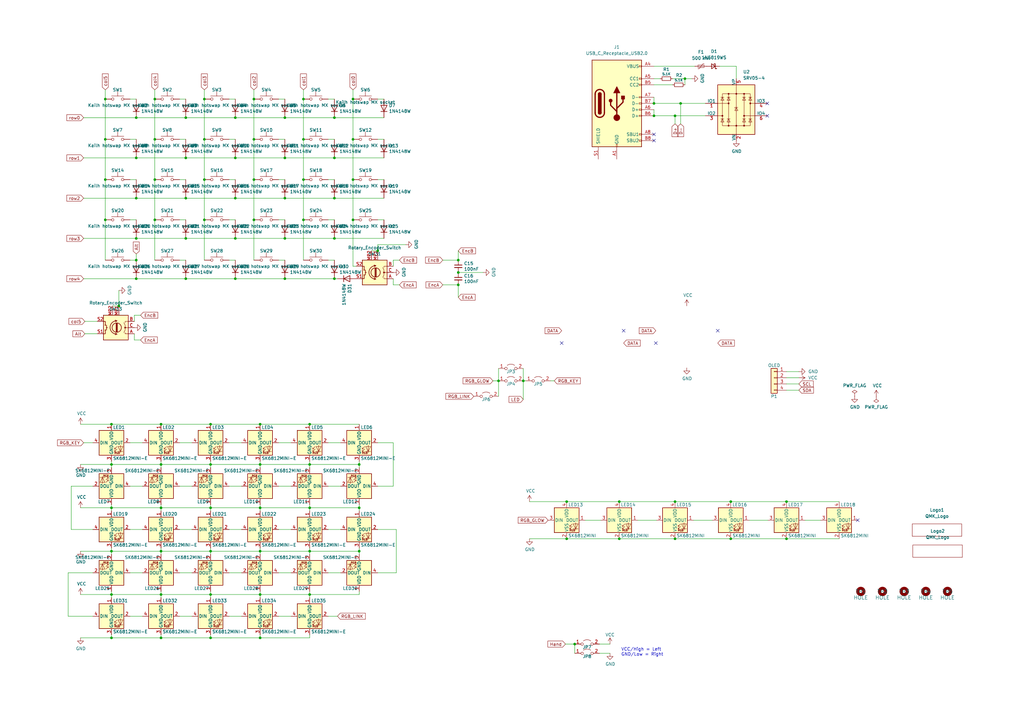
<source format=kicad_sch>
(kicad_sch (version 20211123) (generator eeschema)
  (paper "A3")
  (title_block (title "Lotus 58 Glow") (date "2023-03-10") (rev "v1.2.5") (company "Markus Knutsson <markus.knutsson@tweety.se>") (comment 1 "https://github.com/TweetyDaBird") (comment 2 "Licensed under CERN-OHL-S v2 or any superseding version"))
  (junction (at 124.46 57.15))
  (junction (at 55.88 106.68))
  (junction (at 66.04 261.62))
  (junction (at 137.16 97.79))
  (junction (at 511.556 87.122))
  (junction (at 66.04 208.28))
  (junction (at 529.463 98.552))
  (junction (at 475.996 196.342))
  (junction (at 106.68 243.84))
  (junction (at 466.217 40.64))
  (junction (at 214.63 156.21))
  (junction (at 276.86 205.74))
  (junction (at 322.58 205.74))
  (junction (at 86.36 208.28))
  (junction (at 96.52 114.3))
  (junction (at 144.78 57.15))
  (junction (at 106.68 190.5))
  (junction (at 63.5 90.17))
  (junction (at 86.36 173.99))
  (junction (at 520.573 87.122))
  (junction (at 496.316 87.122))
  (junction (at 83.82 90.17))
  (junction (at 187.96 116.84))
  (junction (at 475.996 87.122))
  (junction (at 116.84 64.77))
  (junction (at 552.704 163.322))
  (junction (at 137.16 64.77))
  (junction (at 45.72 173.99))
  (junction (at 276.86 220.98))
  (junction (at 459.232 40.64))
  (junction (at 66.04 243.84))
  (junction (at 487.426 87.122))
  (junction (at 55.88 114.3))
  (junction (at 187.96 111.76))
  (junction (at 86.36 261.62))
  (junction (at 116.84 48.26))
  (junction (at 563.753 98.552))
  (junction (at 116.84 81.28))
  (junction (at 48.768 125.476))
  (junction (at 598.043 87.122))
  (junction (at 124.46 40.64))
  (junction (at 535.178 237.998))
  (junction (at 63.5 57.15))
  (junction (at 598.043 98.552))
  (junction (at 104.14 40.64))
  (junction (at 76.2 81.28))
  (junction (at 43.18 57.15))
  (junction (at 444.246 170.942))
  (junction (at 540.893 98.552))
  (junction (at 147.32 226.06))
  (junction (at 55.88 48.26))
  (junction (at 280.924 32.258))
  (junction (at 519.938 258.318))
  (junction (at 63.5 40.64))
  (junction (at 279.146 42.418))
  (junction (at 154.94 102.87))
  (junction (at 55.88 81.28))
  (junction (at 506.476 103.378))
  (junction (at 144.78 73.66))
  (junction (at 76.2 64.77))
  (junction (at 104.14 90.17))
  (junction (at 609.473 98.552))
  (junction (at 66.04 173.99))
  (junction (at 586.613 87.122))
  (junction (at 45.72 208.28))
  (junction (at 76.2 48.26))
  (junction (at 55.88 97.79))
  (junction (at 624.84 165.1))
  (junction (at 299.72 220.98))
  (junction (at 147.32 208.28))
  (junction (at 444.246 160.782))
  (junction (at 563.753 87.122))
  (junction (at 106.68 173.99))
  (junction (at 552.323 87.122))
  (junction (at 63.5 73.66))
  (junction (at 43.18 40.64))
  (junction (at 540.893 87.122))
  (junction (at 55.88 64.77))
  (junction (at 116.84 114.3))
  (junction (at 45.72 226.06))
  (junction (at 45.72 261.62))
  (junction (at 96.52 64.77))
  (junction (at 575.183 98.552))
  (junction (at 43.18 73.66))
  (junction (at 268.224 47.498))
  (junction (at 76.2 114.3))
  (junction (at 83.82 73.66))
  (junction (at 127 243.84))
  (junction (at 127 208.28))
  (junction (at 45.72 243.84))
  (junction (at 116.84 97.79))
  (junction (at 66.04 190.5))
  (junction (at 86.36 226.06))
  (junction (at 187.96 106.68))
  (junction (at 127 173.99))
  (junction (at 529.463 87.122))
  (junction (at 96.52 48.26))
  (junction (at 137.16 81.28))
  (junction (at 235.712 264.16))
  (junction (at 127 190.5))
  (junction (at 137.16 48.26))
  (junction (at 124.46 73.66))
  (junction (at 137.16 114.3))
  (junction (at 127 226.06))
  (junction (at 147.32 190.5))
  (junction (at 45.72 190.5))
  (junction (at 106.68 208.28))
  (junction (at 204.47 156.21))
  (junction (at 83.82 40.64))
  (junction (at 86.36 190.5))
  (junction (at 616.077 249.174))
  (junction (at 467.106 97.282))
  (junction (at 104.14 73.66))
  (junction (at 83.82 57.15))
  (junction (at 86.36 243.84))
  (junction (at 104.14 57.15))
  (junction (at 494.792 40.64))
  (junction (at 627.126 167.64))
  (junction (at 96.52 81.28))
  (junction (at 232.41 205.74))
  (junction (at 475.996 97.282))
  (junction (at 106.68 226.06))
  (junction (at 422.656 170.942))
  (junction (at 575.183 87.122))
  (junction (at 322.58 220.98))
  (junction (at 586.613 98.552))
  (junction (at 552.323 98.552))
  (junction (at 144.78 40.64))
  (junction (at 96.52 97.79))
  (junction (at 268.224 42.418))
  (junction (at 144.78 90.17))
  (junction (at 254 220.98))
  (junction (at 106.68 261.62))
  (junction (at 299.72 205.74))
  (junction (at 254 205.74))
  (junction (at 43.18 90.17))
  (junction (at 511.556 103.378))
  (junction (at 276.86 47.498))
  (junction (at 496.316 103.378))
  (junction (at 76.2 97.79))
  (junction (at 124.46 90.17))
  (junction (at 509.016 103.378))
  (junction (at 232.41 220.98))
  (junction (at 66.04 226.06))
  (no_connect (at 664.718 170.18))
  (no_connect (at 664.718 165.1))
  (no_connect (at 351.79 213.36))
  (no_connect (at 484.632 43.18))
  (no_connect (at 268.986 140.716))
  (no_connect (at 294.386 135.636))
  (no_connect (at 618.49 142.24))
  (no_connect (at 618.49 152.4))
  (no_connect (at 618.49 144.78))
  (no_connect (at 618.49 149.86))
  (no_connect (at 618.49 154.94))
  (no_connect (at 618.49 157.48))
  (no_connect (at 268.224 57.658))
  (no_connect (at 268.224 55.118))
  (no_connect (at 230.378 140.716))
  (no_connect (at 255.778 135.636))
  (no_connect (at 314.706 42.418))
  (no_connect (at 314.706 47.498))
  (wire (pts (xy 299.72 220.98) (xy 322.58 220.98)))
  (wire (pts (xy 147.32 190.5) (xy 147.32 189.23)))
  (wire (pts (xy 322.58 152.4) (xy 327.66 152.4)))
  (wire (pts (xy 127 190.5) (xy 127 189.23)))
  (wire (pts (xy 520.573 98.552) (xy 529.463 98.552)))
  (wire (pts (xy 547.878 258.318) (xy 564.388 258.318)))
  (wire (pts (xy 217.17 220.98) (xy 232.41 220.98)))
  (wire (pts (xy 86.36 226.06) (xy 106.68 226.06)))
  (wire (pts (xy 127 173.99) (xy 147.32 173.99)))
  (wire (pts (xy 449.326 165.862) (xy 450.469 165.862)))
  (wire (pts (xy 444.246 162.052) (xy 444.246 160.782)))
  (wire (pts (xy 607.314 285.496) (xy 616.204 285.496)))
  (wire (pts (xy 137.16 57.15) (xy 134.62 57.15)))
  (wire (pts (xy 187.96 106.68) (xy 187.96 102.87)))
  (wire (pts (xy 575.183 87.122) (xy 586.613 87.122)))
  (wire (pts (xy 127 209.55) (xy 127 208.28)))
  (wire (pts (xy 114.3 40.64) (xy 116.84 40.64)))
  (wire (pts (xy 114.3 252.73) (xy 119.38 252.73)))
  (wire (pts (xy 302.006 27.178) (xy 295.148 27.178)))
  (wire (pts (xy 114.3 181.61) (xy 119.38 181.61)))
  (wire (pts (xy 134.62 217.17) (xy 139.7 217.17)))
  (wire (pts (xy 496.316 87.122) (xy 496.316 103.378)))
  (wire (pts (xy 552.323 87.122) (xy 563.753 87.122)))
  (wire (pts (xy 73.66 199.39) (xy 78.74 199.39)))
  (wire (pts (xy 563.753 98.552) (xy 552.323 98.552)))
  (wire (pts (xy 73.66 73.66) (xy 76.2 73.66)))
  (wire (pts (xy 73.66 234.95) (xy 78.74 234.95)))
  (wire (pts (xy 86.36 208.28) (xy 86.36 209.55)))
  (wire (pts (xy 509.016 103.378) (xy 506.476 103.378)))
  (wire (pts (xy 541.528 239.268) (xy 541.528 237.998)))
  (wire (pts (xy 45.72 261.62) (xy 45.72 260.35)))
  (wire (pts (xy 39.878 131.826) (xy 34.798 131.826)))
  (wire (pts (xy 322.58 205.74) (xy 344.17 205.74)))
  (wire (pts (xy 202.184 156.21) (xy 204.47 156.21)))
  (wire (pts (xy 66.04 245.11) (xy 66.04 243.84)))
  (wire (pts (xy 467.106 96.012) (xy 467.106 97.282)))
  (wire (pts (xy 147.32 208.28) (xy 147.32 209.55)))
  (wire (pts (xy 616.077 246.634) (xy 616.077 249.174)))
  (wire (pts (xy 53.34 199.39) (xy 58.42 199.39)))
  (wire (pts (xy 540.893 98.552) (xy 529.463 98.552)))
  (wire (pts (xy 475.996 96.012) (xy 475.996 97.282)))
  (wire (pts (xy 134.62 181.61) (xy 139.7 181.61)))
  (wire (pts (xy 598.043 88.392) (xy 598.043 87.122)))
  (wire (pts (xy 127 242.57) (xy 127 243.84)))
  (wire (pts (xy 520.573 87.122) (xy 529.463 87.122)))
  (wire (pts (xy 27.94 234.95) (xy 27.94 252.73)))
  (wire (pts (xy 38.1 234.95) (xy 27.94 234.95)))
  (wire (pts (xy 93.98 199.39) (xy 99.06 199.39)))
  (wire (pts (xy 34.29 114.3) (xy 55.88 114.3)))
  (wire (pts (xy 575.183 98.552) (xy 563.753 98.552)))
  (wire (pts (xy 93.98 217.17) (xy 99.06 217.17)))
  (wire (pts (xy 540.893 88.392) (xy 540.893 87.122)))
  (wire (pts (xy 162.56 217.17) (xy 162.56 234.95)))
  (wire (pts (xy 444.246 160.782) (xy 475.996 160.782)))
  (wire (pts (xy 73.66 40.64) (xy 76.2 40.64)))
  (wire (pts (xy 66.04 208.28) (xy 86.36 208.28)))
  (wire (pts (xy 630.809 267.97) (xy 630.809 270.51)))
  (wire (pts (xy 535.178 271.018) (xy 535.178 272.288)))
  (wire (pts (xy 498.856 103.378) (xy 498.856 107.442)))
  (wire (pts (xy 552.704 163.322) (xy 552.704 164.846)))
  (wire (pts (xy 86.36 173.99) (xy 106.68 173.99)))
  (wire (pts (xy 55.88 90.17) (xy 53.34 90.17)))
  (wire (pts (xy 509.016 103.378) (xy 509.016 107.442)))
  (wire (pts (xy 235.712 267.97) (xy 235.712 264.16)))
  (wire (pts (xy 181.61 106.68) (xy 187.96 106.68)))
  (wire (pts (xy 540.766 158.242) (xy 526.796 158.242)))
  (wire (pts (xy 475.996 115.062) (xy 462.026 115.062)))
  (wire (pts (xy 96.52 106.68) (xy 93.98 106.68)))
  (wire (pts (xy 93.98 181.61) (xy 99.06 181.61)))
  (wire (pts (xy 217.17 205.74) (xy 232.41 205.74)))
  (wire (pts (xy 475.996 88.392) (xy 475.996 87.122)))
  (wire (pts (xy 137.16 64.77) (xy 157.48 64.77)))
  (wire (pts (xy 586.613 98.552) (xy 598.043 98.552)))
  (wire (pts (xy 552.704 154.178) (xy 552.704 153.162)))
  (wire (pts (xy 83.82 57.15) (xy 83.82 73.66)))
  (wire (pts (xy 598.043 96.012) (xy 598.043 98.552)))
  (wire (pts (xy 283.718 32.258) (xy 280.924 32.258)))
  (wire (pts (xy 624.84 165.1) (xy 618.49 165.1)))
  (wire (pts (xy 506.476 103.378) (xy 506.476 107.442)))
  (wire (pts (xy 45.72 208.28) (xy 33.02 208.28)))
  (wire (pts (xy 127 243.84) (xy 147.32 243.84)))
  (wire (pts (xy 43.18 36.83) (xy 43.18 40.64)))
  (wire (pts (xy 93.98 40.64) (xy 96.52 40.64)))
  (wire (pts (xy 137.16 114.3) (xy 138.43 114.3)))
  (wire (pts (xy 104.14 40.64) (xy 104.14 57.15)))
  (wire (pts (xy 66.04 208.28) (xy 66.04 209.55)))
  (wire (pts (xy 104.14 36.83) (xy 104.14 40.64)))
  (wire (pts (xy 33.02 173.99) (xy 45.72 173.99)))
  (wire (pts (xy 466.217 43.18) (xy 466.217 40.64)))
  (wire (pts (xy 83.82 73.66) (xy 83.82 90.17)))
  (wire (pts (xy 34.29 181.61) (xy 38.1 181.61)))
  (wire (pts (xy 53.34 181.61) (xy 58.42 181.61)))
  (wire (pts (xy 45.72 190.5) (xy 45.72 191.77)))
  (wire (pts (xy 86.36 224.79) (xy 86.36 226.06)))
  (wire (pts (xy 432.816 170.942) (xy 444.246 170.942)))
  (wire (pts (xy 250.19 267.97) (xy 245.872 267.97)))
  (wire (pts (xy 466.217 40.64) (xy 459.232 40.64)))
  (wire (pts (xy 623.824 285.496) (xy 625.094 285.496)))
  (wire (pts (xy 635.254 285.496) (xy 635.254 288.036)))
  (wire (pts (xy 627.126 167.64) (xy 627.126 169.672)))
  (wire (pts (xy 34.29 64.77) (xy 55.88 64.77)))
  (wire (pts (xy 55.88 64.77) (xy 76.2 64.77)))
  (wire (pts (xy 511.556 103.378) (xy 509.016 103.378)))
  (wire (pts (xy 66.04 242.57) (xy 66.04 243.84)))
  (wire (pts (xy 53.34 73.66) (xy 55.88 73.66)))
  (wire (pts (xy 83.82 40.64) (xy 83.82 57.15)))
  (wire (pts (xy 86.36 190.5) (xy 66.04 190.5)))
  (wire (pts (xy 38.1 217.17) (xy 29.21 217.17)))
  (wire (pts (xy 463.042 193.802) (xy 473.964 193.802)))
  (wire (pts (xy 541.528 237.998) (xy 535.178 237.998)))
  (wire (pts (xy 422.656 170.942) (xy 422.656 173.482)))
  (wire (pts (xy 307.34 213.36) (xy 314.96 213.36)))
  (wire (pts (xy 214.63 156.21) (xy 215.646 156.21)))
  (wire (pts (xy 475.996 122.682) (xy 460.629 122.682)))
  (wire (pts (xy 652.018 137.16) (xy 618.49 137.16)))
  (wire (pts (xy 106.68 190.5) (xy 106.68 189.23)))
  (wire (pts (xy 45.72 227.33) (xy 45.72 226.06)))
  (wire (pts (xy 76.2 114.3) (xy 96.52 114.3)))
  (wire (pts (xy 116.84 73.66) (xy 114.3 73.66)))
  (wire (pts (xy 55.88 104.14) (xy 55.88 106.68)))
  (wire (pts (xy 45.72 208.28) (xy 45.72 209.55)))
  (wire (pts (xy 268.224 42.418) (xy 279.146 42.418)))
  (wire (pts (xy 154.94 73.66) (xy 157.48 73.66)))
  (wire (pts (xy 322.58 154.94) (xy 327.66 154.94)))
  (wire (pts (xy 519.938 258.318) (xy 522.478 258.318)))
  (wire (pts (xy 322.58 160.02) (xy 327.66 160.02)))
  (wire (pts (xy 83.82 90.17) (xy 83.82 106.68)))
  (wire (pts (xy 86.36 190.5) (xy 106.68 190.5)))
  (wire (pts (xy 53.34 252.73) (xy 58.42 252.73)))
  (wire (pts (xy 163.83 116.84) (xy 161.29 116.84)))
  (wire (pts (xy 469.392 40.64) (xy 466.217 40.64)))
  (wire (pts (xy 106.68 208.28) (xy 106.68 209.55)))
  (wire (pts (xy 606.044 267.97) (xy 618.109 267.97)))
  (wire (pts (xy 45.72 189.23) (xy 45.72 190.5)))
  (wire (pts (xy 48.768 119.126) (xy 48.768 125.476)))
  (wire (pts (xy 628.777 249.174) (xy 631.317 249.174)))
  (wire (pts (xy 76.2 81.28) (xy 96.52 81.28)))
  (wire (pts (xy 55.88 97.79) (xy 76.2 97.79)))
  (wire (pts (xy 104.14 73.66) (xy 104.14 90.17)))
  (wire (pts (xy 161.29 116.84) (xy 161.29 114.3)))
  (wire (pts (xy 268.224 34.798) (xy 275.844 34.798)))
  (wire (pts (xy 187.96 121.92) (xy 187.96 116.84)))
  (wire (pts (xy 462.026 145.542) (xy 475.996 145.542)))
  (wire (pts (xy 268.224 39.878) (xy 268.224 42.418)))
  (wire (pts (xy 506.476 103.378) (xy 503.936 103.378)))
  (wire (pts (xy 552.323 98.552) (xy 540.893 98.552)))
  (wire (pts (xy 547.878 255.778) (xy 564.388 255.778)))
  (wire (pts (xy 39.878 136.906) (xy 34.798 136.906)))
  (wire (pts (xy 322.58 220.98) (xy 344.17 220.98)))
  (wire (pts (xy 124.46 90.17) (xy 124.46 106.68)))
  (wire (pts (xy 462.026 137.922) (xy 475.996 137.922)))
  (wire (pts (xy 276.86 220.98) (xy 299.72 220.98)))
  (wire (pts (xy 45.72 207.01) (xy 45.72 208.28)))
  (wire (pts (xy 57.658 129.286) (xy 55.118 129.286)))
  (wire (pts (xy 484.632 40.64) (xy 494.792 40.64)))
  (wire (pts (xy 166.37 100.33) (xy 154.94 100.33)))
  (wire (pts (xy 83.82 36.83) (xy 83.82 40.64)))
  (wire (pts (xy 76.2 64.77) (xy 96.52 64.77)))
  (wire (pts (xy 475.996 87.122) (xy 487.426 87.122)))
  (wire (pts (xy 124.46 40.64) (xy 124.46 57.15)))
  (wire (pts (xy 66.04 261.62) (xy 45.72 261.62)))
  (wire (pts (xy 104.14 57.15) (xy 104.14 73.66)))
  (wire (pts (xy 276.86 50.8) (xy 276.86 47.498)))
  (wire (pts (xy 529.463 96.012) (xy 529.463 98.552)))
  (wire (pts (xy 276.86 205.74) (xy 299.72 205.74)))
  (wire (pts (xy 469.392 43.18) (xy 466.217 43.18)))
  (wire (pts (xy 284.48 213.36) (xy 292.1 213.36)))
  (wire (pts (xy 471.678 181.102) (xy 475.996 181.102)))
  (wire (pts (xy 154.94 90.17) (xy 157.48 90.17)))
  (wire (pts (xy 624.84 165.1) (xy 624.84 169.672)))
  (wire (pts (xy 496.316 85.852) (xy 496.316 87.122)))
  (wire (pts (xy 106.68 190.5) (xy 127 190.5)))
  (wire (pts (xy 575.183 88.392) (xy 575.183 87.122)))
  (wire (pts (xy 27.94 252.73) (xy 38.1 252.73)))
  (wire (pts (xy 254 220.98) (xy 276.86 220.98)))
  (wire (pts (xy 144.78 40.64) (xy 144.78 57.15)))
  (wire (pts (xy 503.936 103.378) (xy 503.936 107.442)))
  (wire (pts (xy 425.196 160.782) (xy 422.656 160.782)))
  (wire (pts (xy 261.62 213.36) (xy 269.24 213.36)))
  (wire (pts (xy 533.908 120.142) (xy 526.796 120.142)))
  (wire (pts (xy 106.68 261.62) (xy 86.36 261.62)))
  (wire (pts (xy 114.3 90.17) (xy 116.84 90.17)))
  (wire (pts (xy 124.46 57.15) (xy 124.46 73.66)))
  (wire (pts (xy 86.36 261.62) (xy 86.36 260.35)))
  (wire (pts (xy 204.47 151.13) (xy 204.47 156.21)))
  (wire (pts (xy 494.792 40.64) (xy 494.792 41.91)))
  (wire (pts (xy 467.106 88.392) (xy 467.106 87.122)))
  (wire (pts (xy 76.2 57.15) (xy 73.66 57.15)))
  (wire (pts (xy 106.68 243.84) (xy 106.68 242.57)))
  (wire (pts (xy 73.66 217.17) (xy 78.74 217.17)))
  (wire (pts (xy 96.52 97.79) (xy 116.84 97.79)))
  (wire (pts (xy 540.893 96.012) (xy 540.893 98.552)))
  (wire (pts (xy 204.47 156.21) (xy 204.47 162.56)))
  (wire (pts (xy 86.36 245.11) (xy 86.36 243.84)))
  (wire (pts (xy 124.46 73.66) (xy 124.46 90.17)))
  (wire (pts (xy 154.94 234.95) (xy 162.56 234.95)))
  (wire (pts (xy 106.68 226.06) (xy 127 226.06)))
  (wire (pts (xy 214.63 151.13) (xy 214.63 156.21)))
  (wire (pts (xy 63.5 36.83) (xy 63.5 40.64)))
  (wire (pts (xy 533.908 115.062) (xy 526.796 115.062)))
  (wire (pts (xy 33.02 243.84) (xy 45.72 243.84)))
  (wire (pts (xy 48.768 125.476) (xy 46.228 125.476)))
  (wire (pts (xy 104.14 90.17) (xy 104.14 106.68)))
  (wire (pts (xy 152.4 102.87) (xy 154.94 102.87)))
  (wire (pts (xy 240.03 213.36) (xy 246.38 213.36)))
  (wire (pts (xy 500.888 258.318) (xy 488.188 258.318)))
  (wire (pts (xy 106.68 245.11) (xy 106.68 243.84)))
  (wire (pts (xy 34.29 97.79) (xy 55.88 97.79)))
  (wire (pts (xy 432.816 160.782) (xy 444.246 160.782)))
  (wire (pts (xy 53.34 234.95) (xy 58.42 234.95)))
  (wire (pts (xy 268.224 47.498) (xy 276.86 47.498)))
  (wire (pts (xy 279.146 42.418) (xy 279.146 50.8)))
  (wire (pts (xy 137.16 106.68) (xy 134.62 106.68)))
  (wire (pts (xy 450.469 165.862) (xy 450.469 173.736)))
  (wire (pts (xy 93.98 57.15) (xy 96.52 57.15)))
  (wire (pts (xy 147.32 224.79) (xy 147.32 226.06)))
  (wire (pts (xy 114.3 234.95) (xy 119.38 234.95)))
  (wire (pts (xy 280.924 32.258) (xy 280.924 34.798)))
  (wire (pts (xy 652.018 154.94) (xy 652.018 137.16)))
  (wire (pts (xy 116.84 106.68) (xy 114.3 106.68)))
  (wire (pts (xy 86.36 190.5) (xy 86.36 191.77)))
  (wire (pts (xy 127 261.62) (xy 106.68 261.62)))
  (wire (pts (xy 33.02 226.06) (xy 45.72 226.06)))
  (wire (pts (xy 455.549 125.222) (xy 447.294 125.222)))
  (wire (pts (xy 526.796 163.322) (xy 552.704 163.322)))
  (wire (pts (xy 147.32 208.28) (xy 147.32 207.01)))
  (wire (pts (xy 106.68 191.77) (xy 106.68 190.5)))
  (wire (pts (xy 154.94 40.64) (xy 157.48 40.64)))
  (wire (pts (xy 463.042 196.342) (xy 475.996 196.342)))
  (wire (pts (xy 147.32 190.5) (xy 147.32 191.77)))
  (wire (pts (xy 471.678 191.262) (xy 463.042 191.262)))
  (wire (pts (xy 127 191.77) (xy 127 190.5)))
  (wire (pts (xy 631.317 249.174) (xy 631.317 251.714)))
  (wire (pts (xy 299.72 205.74) (xy 322.58 205.74)))
  (wire (pts (xy 93.98 234.95) (xy 99.06 234.95)))
  (wire (pts (xy 519.938 239.268) (xy 519.938 237.998)))
  (wire (pts (xy 57.658 139.446) (xy 55.118 139.446)))
  (wire (pts (xy 181.61 116.84) (xy 187.96 116.84)))
  (wire (pts (xy 468.122 188.722) (xy 463.042 188.722)))
  (wire (pts (xy 66.04 173.99) (xy 86.36 173.99)))
  (wire (pts (xy 639.318 167.64) (xy 639.318 170.18)))
  (wire (pts (xy 494.792 49.53) (xy 494.792 50.8)))
  (wire (pts (xy 127 226.06) (xy 147.32 226.06)))
  (wire (pts (xy 459.232 49.53) (xy 459.232 50.8)))
  (wire (pts (xy 529.463 87.122) (xy 540.893 87.122)))
  (wire (pts (xy 86.36 208.28) (xy 86.36 207.01)))
  (wire (pts (xy 187.96 111.76) (xy 198.12 111.76)))
  (wire (pts (xy 73.66 252.73) (xy 78.74 252.73)))
  (wire (pts (xy 29.21 217.17) (xy 29.21 199.39)))
  (wire (pts (xy 55.118 129.286) (xy 55.118 131.826)))
  (wire (pts (xy 609.473 96.012) (xy 609.473 98.552)))
  (wire (pts (xy 511.556 87.122) (xy 511.556 103.378)))
  (wire (pts (xy 55.88 114.3) (xy 76.2 114.3)))
  (wire (pts (xy 93.98 252.73) (xy 99.06 252.73)))
  (wire (pts (xy 508.508 258.318) (xy 519.938 258.318)))
  (wire (pts (xy 66.04 261.62) (xy 66.04 260.35)))
  (wire (pts (xy 137.16 40.64) (xy 134.62 40.64)))
  (wire (pts (xy 45.72 190.5) (xy 33.02 190.5)))
  (wire (pts (xy 465.836 170.942) (xy 475.996 170.942)))
  (wire (pts (xy 586.613 87.122) (xy 598.043 87.122)))
  (wire (pts (xy 268.224 32.258) (xy 270.764 32.258)))
  (wire (pts (xy 96.52 90.17) (xy 93.98 90.17)))
  (wire (pts (xy 116.84 64.77) (xy 137.16 64.77)))
  (wire (pts (xy 547.878 263.398) (xy 564.388 263.398)))
  (wire (pts (xy 137.16 81.28) (xy 157.48 81.28)))
  (wire (pts (xy 66.04 190.5) (xy 66.04 189.23)))
  (wire (pts (xy 422.656 160.782) (xy 422.656 170.942)))
  (wire (pts (xy 444.246 169.672) (xy 444.246 170.942)))
  (wire (pts (xy 609.473 98.552) (xy 609.473 99.822)))
  (wire (pts (xy 609.473 88.392) (xy 609.473 87.122)))
  (wire (pts (xy 540.893 87.122) (xy 552.323 87.122)))
  (wire (pts (xy 496.316 103.378) (xy 498.856 103.378)))
  (wire (pts (xy 231.902 264.16) (xy 235.712 264.16)))
  (wire (pts (xy 586.613 98.552) (xy 575.183 98.552)))
  (wire (pts (xy 586.613 96.012) (xy 586.613 98.552)))
  (wire (pts (xy 45.72 173.99) (xy 66.04 173.99)))
  (wire (pts (xy 535.178 232.918) (xy 535.178 237.998)))
  (wire (pts (xy 475.996 148.082) (xy 462.026 148.082)))
  (wire (pts (xy 34.29 48.26) (xy 55.88 48.26)))
  (wire (pts (xy 154.94 100.33) (xy 154.94 102.87)))
  (wire (pts (xy 529.463 88.392) (xy 529.463 87.122)))
  (wire (pts (xy 144.78 73.66) (xy 144.78 90.17)))
  (wire (pts (xy 284.988 27.178) (xy 268.224 27.178)))
  (wire (pts (xy 471.678 181.102) (xy 471.678 191.262)))
  (wire (pts (xy 627.126 167.64) (xy 639.318 167.64)))
  (wire (pts (xy 127 245.11) (xy 127 243.84)))
  (wire (pts (xy 157.48 57.15) (xy 154.94 57.15)))
  (wire (pts (xy 45.72 190.5) (xy 66.04 190.5)))
  (wire (pts (xy 106.68 224.79) (xy 106.68 226.06)))
  (wire (pts (xy 66.04 224.79) (xy 66.04 226.06)))
  (wire (pts (xy 606.552 249.174) (xy 616.077 249.174)))
  (wire (pts (xy 127 190.5) (xy 147.32 190.5)))
  (wire (pts (xy 563.753 96.012) (xy 563.753 98.552)))
  (wire (pts (xy 147.32 243.84) (xy 147.32 242.57)))
  (wire (pts (xy 250.19 264.16) (xy 245.872 264.16)))
  (wire (pts (xy 487.426 88.392) (xy 487.426 87.122)))
  (wire (pts (xy 96.52 114.3) (xy 116.84 114.3)))
  (wire (pts (xy 116.84 81.28) (xy 137.16 81.28)))
  (wire (pts (xy 639.318 165.1) (xy 624.84 165.1)))
  (wire (pts (xy 106.68 208.28) (xy 127 208.28)))
  (wire (pts (xy 444.246 170.942) (xy 458.216 170.942)))
  (wire (pts (xy 127 261.62) (xy 127 260.35)))
  (wire (pts (xy 127 208.28) (xy 127 207.01)))
  (wire (pts (xy 254 205.74) (xy 276.86 205.74)))
  (wire (pts (xy 475.996 97.282) (xy 487.426 97.282)))
  (wire (pts (xy 552.704 153.162) (xy 562.102 153.162)))
  (wire (pts (xy 154.94 217.17) (xy 162.56 217.17)))
  (wire (pts (xy 487.426 87.122) (xy 496.316 87.122)))
  (wire (pts (xy 487.426 97.282) (xy 487.426 96.012)))
  (wire (pts (xy 575.183 96.012) (xy 575.183 98.552)))
  (wire (pts (xy 161.29 181.61) (xy 161.29 199.39)))
  (wire (pts (xy 598.043 98.552) (xy 609.473 98.552)))
  (wire (pts (xy 96.52 81.28) (xy 116.84 81.28)))
  (wire (pts (xy 86.36 189.23) (xy 86.36 190.5)))
  (wire (pts (xy 96.52 48.26) (xy 116.84 48.26)))
  (wire (pts (xy 63.5 90.17) (xy 63.5 106.68)))
  (wire (pts (xy 455.549 122.682) (xy 447.294 122.682)))
  (wire (pts (xy 66.04 208.28) (xy 66.04 207.01)))
  (wire (pts (xy 66.04 191.77) (xy 66.04 190.5)))
  (wire (pts (xy 511.556 85.852) (xy 511.556 87.122)))
  (wire (pts (xy 473.964 183.642) (xy 475.996 183.642)))
  (wire (pts (xy 86.36 227.33) (xy 86.36 226.06)))
  (wire (pts (xy 138.43 252.73) (xy 134.62 252.73)))
  (wire (pts (xy 275.844 32.258) (xy 280.924 32.258)))
  (wire (pts (xy 552.323 88.392) (xy 552.323 87.122)))
  (wire (pts (xy 462.026 143.002) (xy 475.996 143.002)))
  (wire (pts (xy 73.66 181.61) (xy 78.74 181.61)))
  (wire (pts (xy 163.83 106.68) (xy 161.29 106.68)))
  (wire (pts (xy 425.196 170.942) (xy 422.656 170.942)))
  (wire (pts (xy 127 208.28) (xy 147.32 208.28)))
  (wire (pts (xy 86.36 243.84) (xy 86.36 242.57)))
  (wire (pts (xy 535.178 237.998) (xy 535.178 250.698)))
  (wire (pts (xy 76.2 48.26) (xy 96.52 48.26)))
  (wire (pts (xy 53.34 217.17) (xy 58.42 217.17)))
  (wire (pts (xy 45.72 242.57) (xy 45.72 243.84)))
  (wire (pts (xy 43.18 57.15) (xy 43.18 73.66)))
  (wire (pts (xy 616.077 237.109) (xy 616.077 239.014)))
  (wire (pts (xy 154.94 199.39) (xy 161.29 199.39)))
  (wire (pts (xy 467.106 87.122) (xy 475.996 87.122)))
  (wire (pts (xy 563.753 88.392) (xy 563.753 87.122)))
  (wire (pts (xy 134.62 234.95) (xy 139.7 234.95)))
  (wire (pts (xy 45.72 245.11) (xy 45.72 243.84)))
  (wire (pts (xy 86.36 208.28) (xy 106.68 208.28)))
  (wire (pts (xy 302.006 32.258) (xy 302.006 27.178)))
  (wire (pts (xy 66.04 243.84) (xy 86.36 243.84)))
  (wire (pts (xy 43.18 90.17) (xy 43.18 106.68)))
  (wire (pts (xy 66.04 226.06) (xy 86.36 226.06)))
  (wire (pts (xy 114.3 199.39) (xy 119.38 199.39)))
  (wire (pts (xy 124.46 36.83) (xy 124.46 40.64)))
  (wire (pts (xy 475.996 132.842) (xy 462.026 132.842)))
  (wire (pts (xy 144.78 57.15) (xy 144.78 73.66)))
  (wire (pts (xy 511.048 263.398) (xy 522.478 263.398)))
  (wire (pts (xy 439.166 165.862) (xy 438.023 165.862)))
  (wire (pts (xy 144.78 36.83) (xy 144.78 40.64)))
  (wire (pts (xy 144.78 90.17) (xy 144.78 109.22)))
  (wire (pts (xy 86.36 261.62) (xy 66.04 261.62)))
  (wire (pts (xy 137.16 48.26) (xy 157.48 48.26)))
  (wire (pts (xy 106.68 173.99) (xy 127 173.99)))
  (wire (pts (xy 106.68 261.62) (xy 106.68 260.35)))
  (wire (pts (xy 459.232 41.91) (xy 459.232 40.64)))
  (wire (pts (xy 55.88 48.26) (xy 76.2 48.26)))
  (wire (pts (xy 322.58 157.48) (xy 327.66 157.48)))
  (wire (pts (xy 552.704 172.466) (xy 552.704 173.482)))
  (wire (pts (xy 520.573 87.122) (xy 520.573 88.392)))
  (wire (pts (xy 137.16 97.79) (xy 157.48 97.79)))
  (wire (pts (xy 552.323 96.012) (xy 552.323 98.552)))
  (wire (pts (xy 106.68 243.84) (xy 127 243.84)))
  (wire (pts (xy 76.2 97.79) (xy 96.52 97.79)))
  (wire (pts (xy 127 227.33) (xy 127 226.06)))
  (wire (pts (xy 586.613 88.392) (xy 586.613 87.122)))
  (wire (pts (xy 76.2 90.17) (xy 73.66 90.17)))
  (wire (pts (xy 29.21 199.39) (xy 38.1 199.39)))
  (wire (pts (xy 462.026 140.462) (xy 475.996 140.462)))
  (wire (pts (xy 511.556 87.122) (xy 520.573 87.122)))
  (wire (pts (xy 477.012 50.8) (xy 477.012 52.07)))
  (wire (pts (xy 511.556 107.442) (xy 511.556 103.378)))
  (wire (pts (xy 45.72 261.62) (xy 33.02 261.62)))
  (wire (pts (xy 552.704 161.798) (xy 552.704 163.322)))
  (wire (pts (xy 598.043 87.122) (xy 609.473 87.122)))
  (wire (pts (xy 232.41 220.98) (xy 254 220.98)))
  (wire (pts (xy 45.72 226.06) (xy 66.04 226.06)))
  (wire (pts (xy 63.5 73.66) (xy 63.5 90.17)))
  (wire (pts (xy 459.232 39.37) (xy 459.232 40.64)))
  (wire (pts (xy 161.29 106.68) (xy 161.29 109.22)))
  (wire (pts (xy 519.938 246.888) (xy 519.938 258.318)))
  (wire (pts (xy 114.3 217.17) (xy 119.38 217.17)))
  (wire (pts (xy 276.86 47.498) (xy 289.306 47.498)))
  (wire (pts (xy 137.16 73.66) (xy 134.62 73.66)))
  (wire (pts (xy 496.316 103.378) (xy 496.316 107.442)))
  (wire (pts (xy 144.78 109.22) (xy 146.05 109.22)))
  (wire (pts (xy 618.49 167.64) (xy 627.126 167.64)))
  (wire (pts (xy 76.2 106.68) (xy 73.66 106.68)))
  (wire (pts (xy 438.023 165.862) (xy 438.023 173.736)))
  (wire (pts (xy 55.88 57.15) (xy 53.34 57.15)))
  (wire (pts (xy 467.106 97.282) (xy 467.106 98.552)))
  (wire (pts (xy 106.68 226.06) (xy 106.68 227.33)))
  (wire (pts (xy 116.84 57.15) (xy 114.3 57.15)))
  (wire (pts (xy 520.573 96.012) (xy 520.573 98.552)))
  (wire (pts (xy 93.98 73.66) (xy 96.52 73.66)))
  (wire (pts (xy 330.2 213.36) (xy 336.55 213.36)))
  (wire (pts (xy 55.88 40.64) (xy 53.34 40.64)))
  (wire (pts (xy 268.224 44.958) (xy 268.224 47.498)))
  (wire (pts (xy 475.996 125.222) (xy 460.629 125.222)))
  (wire (pts (xy 154.94 181.61) (xy 161.29 181.61)))
  (wire (pts (xy 632.714 285.496) (xy 635.254 285.496)))
  (wire (pts (xy 86.36 243.84) (xy 106.68 243.84)))
  (wire (pts (xy 533.908 117.602) (xy 526.796 117.602)))
  (wire (pts (xy 127 224.79) (xy 127 226.06)))
  (wire (pts (xy 563.753 87.122) (xy 575.183 87.122)))
  (wire (pts (xy 116.84 114.3) (xy 137.16 114.3)))
  (wire (pts (xy 55.88 81.28) (xy 76.2 81.28)))
  (wire (pts (xy 137.16 90.17) (xy 134.62 90.17)))
  (wire (pts (xy 116.84 97.79) (xy 137.16 97.79)))
  (wire (pts (xy 616.077 249.174) (xy 618.617 249.174)))
  (wire (pts (xy 519.938 237.998) (xy 535.178 237.998)))
  (wire (pts (xy 475.996 199.136) (xy 475.996 196.342)))
  (wire (pts (xy 494.792 39.37) (xy 494.792 40.64)))
  (wire (pts (xy 279.146 42.418) (xy 289.306 42.418)))
  (wire (pts (xy 45.72 208.28) (xy 66.04 208.28)))
  (wire (pts (xy 225.806 156.21) (xy 227.33 156.21)))
  (wire (pts (xy 628.269 267.97) (xy 630.809 267.97)))
  (wire (pts (xy 63.5 40.64) (xy 63.5 57.15)))
  (wire (pts (xy 34.29 81.28) (xy 55.88 81.28)))
  (wire (pts (xy 66.04 226.06) (xy 66.04 227.33)))
  (wire (pts (xy 45.72 243.84) (xy 66.04 243.84)))
  (wire (pts (xy 106.68 208.28) (xy 106.68 207.01)))
  (wire (pts (xy 96.52 64.77) (xy 116.84 64.77)))
  (wire (pts (xy 55.118 139.446) (xy 55.118 136.906)))
  (wire (pts (xy 475.996 196.342) (xy 475.996 191.262)))
  (wire (pts (xy 473.964 193.802) (xy 473.964 183.642)))
  (wire (pts (xy 533.908 122.682) (xy 526.796 122.682)))
  (wire (pts (xy 45.72 224.79) (xy 45.72 226.06)))
  (wire (pts (xy 232.41 205.74) (xy 254 205.74)))
  (wire (pts (xy 467.106 97.282) (xy 475.996 97.282)))
  (wire (pts (xy 53.34 106.68) (xy 55.88 106.68)))
  (wire (pts (xy 147.32 226.06) (xy 147.32 227.33)))
  (wire (pts (xy 43.18 40.64) (xy 43.18 57.15)))
  (wire (pts (xy 116.84 48.26) (xy 137.16 48.26)))
  (wire (pts (xy 63.5 57.15) (xy 63.5 73.66)))
  (wire (pts (xy 214.63 156.21) (xy 214.63 163.83)))
  (wire (pts (xy 43.18 73.66) (xy 43.18 90.17)))
  (wire (pts (xy 134.62 199.39) (xy 139.7 199.39)))
  (wire (pts (xy 547.878 265.938) (xy 564.388 265.938)))
  (wire (pts (xy 466.217 25.4) (xy 466.217 40.64)))
  (text "VCC/High = Left\nGND/Low = Right" (at 254.762 269.24 0) (effects (font (size 1.27 1.27)) (justify left bottom)))
  (label "QSPI_SD1" (at 462.026 140.462 0))
  (label "USB_D+" (at 462.026 122.682 0))
  (label "~{RESET}" (at 462.026 115.062 0))
  (label "QSPI_SCLK" (at 511.048 263.398 0))
  (label "LED" (at 607.314 285.496 0))
  (label "QSPI_SD1" (at 564.388 258.318 180))
  (label "QSPI_SD2" (at 462.026 143.002 0))
  (label "~{RESET}" (at 606.552 249.174 0))
  (label "VBUS" (at 562.102 153.162 180) (effects (font (size 1.2446 1.2446))))
  (label "RAW" (at 466.217 25.4 270) (effects (font (size 1.2446 1.2446))))
  (label "USB_D-" (at 462.026 125.222 0))
  (label "QSPI_SCLK" (at 462.026 148.082 0))
  (label "QSPI_SD3" (at 462.026 145.542 0))
  (label "QSPI_SD0" (at 564.388 255.778 180))
  (label "QSPI_SD3" (at 564.388 265.938 180))
  (label "XOUT" (at 475.996 170.942 180))
  (label "~{USB_BOOT}" (at 606.044 267.97 0))
  (label "QSPI_SS" (at 462.026 132.842 0))
  (label "QSPI_SS" (at 511.048 258.318 0))
  (label "LED" (at 540.766 158.242 180) (effects (font (size 1.2446 1.2446))))
  (label "~{USB_BOOT}" (at 488.188 258.318 0))
  (label "QSPI_SD2" (at 564.388 263.398 180))
  (label "XIN" (at 475.996 160.782 180))
  (label "QSPI_SD0" (at 462.026 137.922 0))
  (global_label "Alt" (shape input) (at 55.88 104.14 90) (property "Intersheet References" "${INTERSHEET_REFS}" (effects hide)))
  (global_label "col2" (shape input) (at 526.796 130.302 0) (property "Intersheet References" "${INTERSHEET_REFS}" (effects hide)))
  (global_label "EncA" (shape input) (at 57.658 139.446 0) (property "Intersheet References" "${INTERSHEET_REFS}" (effects hide)))
  (global_label "col4" (shape input) (at 63.5 36.83 90) (property "Intersheet References" "${INTERSHEET_REFS}" (effects hide)))
  (global_label "RX" (shape input) (at 533.908 117.602 0) (property "Intersheet References" "${INTERSHEET_REFS}" (effects hide)))
  (global_label "DATA" (shape input) (at 294.386 140.716 0) (property "Intersheet References" "${INTERSHEET_REFS}" (effects hide)))
  (global_label "DATA" (shape input) (at 255.778 140.716 0) (property "Intersheet References" "${INTERSHEET_REFS}" (effects hide)))
  (global_label "RGB_GLOW" (shape input) (at 224.79 213.36 180) (property "Intersheet References" "${INTERSHEET_REFS}" (effects hide)))
  (global_label "EncB" (shape input) (at 181.61 106.68 180) (property "Intersheet References" "${INTERSHEET_REFS}" (effects hide)))
  (global_label "RGB_GLOW" (shape input) (at 202.184 156.21 180) (property "Intersheet References" "${INTERSHEET_REFS}" (effects hide)))
  (global_label "col3" (shape input) (at 526.796 132.842 0) (property "Intersheet References" "${INTERSHEET_REFS}" (effects hide)))
  (global_label "EncB" (shape input) (at 526.796 153.162 0) (property "Intersheet References" "${INTERSHEET_REFS}" (effects hide)))
  (global_label "EncA" (shape input) (at 187.96 121.92 0) (property "Intersheet References" "${INTERSHEET_REFS}" (effects hide)))
  (global_label "RGB_KEY" (shape input) (at 227.33 156.21 0) (property "Intersheet References" "${INTERSHEET_REFS}" (effects hide)))
  (global_label "RGB_LINK" (shape input) (at 194.31 162.56 180) (property "Intersheet References" "${INTERSHEET_REFS}" (effects hide)))
  (global_label "row3" (shape input) (at 34.29 97.79 180) (property "Intersheet References" "${INTERSHEET_REFS}" (effects hide)))
  (global_label "SCL" (shape input) (at 533.908 122.682 0) (property "Intersheet References" "${INTERSHEET_REFS}" (effects hide)))
  (global_label "SDA" (shape input) (at 327.66 160.02 0) (property "Intersheet References" "${INTERSHEET_REFS}" (effects hide)))
  (global_label "SDA" (shape input) (at 533.908 120.142 0) (property "Intersheet References" "${INTERSHEET_REFS}" (effects hide)))
  (global_label "EncA" (shape input) (at 163.83 116.84 0) (property "Intersheet References" "${INTERSHEET_REFS}" (effects hide)))
  (global_label "RX" (shape input) (at 624.84 169.672 270) (property "Intersheet References" "${INTERSHEET_REFS}" (effects hide)))
  (global_label "DATA" (shape input) (at 268.986 135.636 180) (property "Intersheet References" "${INTERSHEET_REFS}" (effects hide)))
  (global_label "row0" (shape input) (at 526.796 140.462 0) (property "Intersheet References" "${INTERSHEET_REFS}" (effects hide)))
  (global_label "row1" (shape input) (at 34.29 64.77 180) (property "Intersheet References" "${INTERSHEET_REFS}" (effects hide)))
  (global_label "RGB_LINK" (shape input) (at 138.43 252.73 0) (property "Intersheet References" "${INTERSHEET_REFS}" (effects hide)))
  (global_label "col0" (shape input) (at 526.796 125.222 0) (property "Intersheet References" "${INTERSHEET_REFS}" (effects hide)))
  (global_label "row2" (shape input) (at 34.29 81.28 180) (property "Intersheet References" "${INTERSHEET_REFS}" (effects hide)))
  (global_label "EncA" (shape input) (at 526.796 155.702 0) (property "Intersheet References" "${INTERSHEET_REFS}" (effects hide)))
  (global_label "col1" (shape input) (at 526.796 127.762 0) (property "Intersheet References" "${INTERSHEET_REFS}" (effects hide)))
  (global_label "col5" (shape input) (at 34.798 131.826 180) (property "Intersheet References" "${INTERSHEET_REFS}" (effects hide)))
  (global_label "col5" (shape input) (at 43.18 36.83 90) (property "Intersheet References" "${INTERSHEET_REFS}" (effects hide)))
  (global_label "col3" (shape input) (at 83.82 36.83 90) (property "Intersheet References" "${INTERSHEET_REFS}" (effects hide)))
  (global_label "row3" (shape input) (at 526.796 148.082 0) (property "Intersheet References" "${INTERSHEET_REFS}" (effects hide)))
  (global_label "D+" (shape input) (at 447.294 122.682 180) (property "Intersheet References" "${INTERSHEET_REFS}" (effects hide)))
  (global_label "EncB" (shape input) (at 57.658 129.286 0) (property "Intersheet References" "${INTERSHEET_REFS}" (effects hide)))
  (global_label "D-" (shape input) (at 279.146 50.8 270) (property "Intersheet References" "${INTERSHEET_REFS}" (effects hide)))
  (global_label "SCL" (shape input) (at 327.66 157.48 0) (property "Intersheet References" "${INTERSHEET_REFS}" (effects hide)))
  (global_label "col5" (shape input) (at 526.796 137.922 0) (property "Intersheet References" "${INTERSHEET_REFS}" (effects hide)))
  (global_label "row4" (shape input) (at 526.796 150.622 0) (property "Intersheet References" "${INTERSHEET_REFS}" (effects hide)))
  (global_label "row0" (shape input) (at 34.29 48.26 180) (property "Intersheet References" "${INTERSHEET_REFS}" (effects hide)))
  (global_label "RGB_KEY" (shape input) (at 34.29 181.61 180) (property "Intersheet References" "${INTERSHEET_REFS}" (effects hide)))
  (global_label "Alt" (shape input) (at 34.798 136.906 180) (property "Intersheet References" "${INTERSHEET_REFS}" (effects hide)))
  (global_label "EncB" (shape input) (at 187.96 102.87 0) (property "Intersheet References" "${INTERSHEET_REFS}" (effects hide)))
  (global_label "col4" (shape input) (at 526.796 135.382 0) (property "Intersheet References" "${INTERSHEET_REFS}" (effects hide)))
  (global_label "EncA" (shape input) (at 181.61 116.84 180) (property "Intersheet References" "${INTERSHEET_REFS}" (effects hide)))
  (global_label "TX" (shape input) (at 627.126 169.672 270) (property "Intersheet References" "${INTERSHEET_REFS}" (effects hide)))
  (global_label "D+" (shape input) (at 276.86 50.8 270) (property "Intersheet References" "${INTERSHEET_REFS}" (effects hide)))
  (global_label "row2" (shape input) (at 526.796 145.542 0) (property "Intersheet References" "${INTERSHEET_REFS}" (effects hide)))
  (global_label "row4" (shape input) (at 34.29 114.3 180) (property "Intersheet References" "${INTERSHEET_REFS}" (effects hide)))
  (global_label "Hand" (shape input) (at 231.902 264.16 180) (property "Intersheet References" "${INTERSHEET_REFS}" (effects hide)))
  (global_label "row1" (shape input) (at 526.796 143.002 0) (property "Intersheet References" "${INTERSHEET_REFS}" (effects hide)))
  (global_label "col1" (shape input) (at 124.46 36.83 90) (property "Intersheet References" "${INTERSHEET_REFS}" (effects hide)))
  (global_label "col0" (shape input) (at 144.78 36.83 90) (property "Intersheet References" "${INTERSHEET_REFS}" (effects hide)))
  (global_label "col2" (shape input) (at 104.14 36.83 90) (property "Intersheet References" "${INTERSHEET_REFS}" (effects hide)))
  (global_label "TX" (shape input) (at 533.908 115.062 0) (property "Intersheet References" "${INTERSHEET_REFS}" (effects hide)))
  (global_label "DATA" (shape input) (at 230.378 135.636 180) (property "Intersheet References" "${INTERSHEET_REFS}" (effects hide)))
  (global_label "D-" (shape input) (at 447.294 125.222 180) (property "Intersheet References" "${INTERSHEET_REFS}" (effects hide)))
  (global_label "EncB" (shape input) (at 163.83 106.68 0) (property "Intersheet References" "${INTERSHEET_REFS}" (effects hide)))
  (global_label "LED" (shape input) (at 214.63 163.83 180) (property "Intersheet References" "${INTERSHEET_REFS}" (effects hide)))
  (symbol (lib_id "Switch:SW_Push") (at 48.26 106.68 0) (unit 1)
    (property "Reference" "SW26" (at 48.26 102.87 0))
    (property "Value" "Kailh hotswap MX socket" (at 48.26 109.22 0))
    (property "Footprint" "Keyboard Switches:SW_MX_HotSwap_Reversible" (effects hide))
  )
  (symbol (lib_id "Switch:SW_Push") (at 68.58 106.68 0) (mirror y) (unit 1)
    (property "Reference" "SW27" (at 68.58 102.87 0))
    (property "Value" "Kailh hotswap MX socket" (at 68.58 109.22 0))
    (property "Footprint" "Keyboard Switches:SW_MX_HotSwap_Reversible" (effects hide))
  )
  (symbol (lib_id "Switch:SW_Push") (at 48.26 40.64 0) (mirror y) (unit 1)
    (property "Reference" "SW1" (at 48.26 36.83 0))
    (property "Value" "Kailh hotswap MX socket" (at 48.26 43.18 0))
    (property "Footprint" "Keyboard Switches:SW_MX_HotSwap_Reversible" (effects hide))
  )
  (symbol (lib_id "Device:D") (at 55.88 44.45 90) (unit 1)
    (property "Reference" "D2" (at 57.8866 43.2816 90) (effects (justify right)))
    (property "Value" "1N4148W" (at 57.8866 45.593 90) (effects (justify right)))
    (property "Footprint" "Diode_SMD:D_SOD-123" (effects hide))
  )
  (symbol (lib_id "Switch:SW_Push") (at 68.58 40.64 0) (mirror y) (unit 1)
    (property "Reference" "SW2" (at 68.58 36.83 0))
    (property "Value" "Kailh hotswap MX socket" (at 68.58 43.18 0))
    (property "Footprint" "Keyboard Switches:SW_MX_HotSwap_Reversible" (effects hide))
  )
  (symbol (lib_id "Device:D") (at 76.2 44.45 90) (unit 1)
    (property "Reference" "D3" (at 78.2066 43.2816 90) (effects (justify right)))
    (property "Value" "1N4148W" (at 78.2066 45.593 90) (effects (justify right)))
    (property "Footprint" "Diode_SMD:D_SOD-123" (effects hide))
  )
  (symbol (lib_id "Switch:SW_Push") (at 88.9 40.64 0) (mirror y) (unit 1)
    (property "Reference" "SW3" (at 88.9 36.83 0))
    (property "Value" "Kailh hotswap MX socket" (at 88.9 43.18 0))
    (property "Footprint" "Keyboard Switches:SW_MX_HotSwap_Reversible" (effects hide))
  )
  (symbol (lib_id "Device:D") (at 96.52 44.45 90) (unit 1)
    (property "Reference" "D4" (at 98.5266 43.2816 90) (effects (justify right)))
    (property "Value" "1N4148W" (at 98.5266 45.593 90) (effects (justify right)))
    (property "Footprint" "Diode_SMD:D_SOD-123" (effects hide))
  )
  (symbol (lib_id "Switch:SW_Push") (at 109.22 40.64 0) (mirror y) (unit 1)
    (property "Reference" "SW4" (at 109.22 36.83 0))
    (property "Value" "Kailh hotswap MX socket" (at 109.22 43.18 0))
    (property "Footprint" "Keyboard Switches:SW_MX_HotSwap_Reversible" (effects hide))
  )
  (symbol (lib_id "Device:D") (at 116.84 44.45 90) (unit 1)
    (property "Reference" "D5" (at 118.8466 43.2816 90) (effects (justify right)))
    (property "Value" "1N4148W" (at 118.8466 45.593 90) (effects (justify right)))
    (property "Footprint" "Diode_SMD:D_SOD-123" (effects hide))
  )
  (symbol (lib_id "Switch:SW_Push") (at 129.54 40.64 0) (mirror y) (unit 1)
    (property "Reference" "SW5" (at 129.54 36.83 0))
    (property "Value" "Kailh hotswap MX socket" (at 129.54 43.18 0))
    (property "Footprint" "Keyboard Switches:SW_MX_HotSwap_Reversible" (effects hide))
  )
  (symbol (lib_id "Device:D") (at 137.16 44.45 90) (unit 1)
    (property "Reference" "D6" (at 139.1666 43.2816 90) (effects (justify right)))
    (property "Value" "1N4148W" (at 139.1666 45.593 90) (effects (justify right)))
    (property "Footprint" "Diode_SMD:D_SOD-123" (effects hide))
  )
  (symbol (lib_id "Switch:SW_Push") (at 149.86 40.64 0) (mirror y) (unit 1)
    (property "Reference" "SW6" (at 149.86 36.83 0))
    (property "Value" "Kailh hotswap MX socket" (at 149.86 41.91 0))
    (property "Footprint" "Keyboard Switches:SW_MX_HotSwap_Reversible" (effects hide))
  )
  (symbol (lib_id "Device:D") (at 157.48 44.45 90) (unit 1)
    (property "Reference" "D7" (at 159.4866 43.2816 90) (effects (justify right)))
    (property "Value" "1N4148W" (at 159.4866 45.593 90) (effects (justify right)))
    (property "Footprint" "Diode_SMD:D_SOD-123" (effects hide))
  )
  (symbol (lib_id "Switch:SW_Push") (at 68.58 57.15 0) (mirror y) (unit 1)
    (property "Reference" "SW8" (at 68.58 53.34 0))
    (property "Value" "Kailh hotswap MX socket" (at 68.58 59.69 0))
    (property "Footprint" "Keyboard Switches:SW_MX_HotSwap_Reversible" (effects hide))
  )
  (symbol (lib_id "Switch:SW_Push") (at 88.9 57.15 0) (mirror y) (unit 1)
    (property "Reference" "SW9" (at 88.9 53.34 0))
    (property "Value" "Kailh hotswap MX socket" (at 88.9 59.69 0))
    (property "Footprint" "Keyboard Switches:SW_MX_HotSwap_Reversible" (effects hide))
  )
  (symbol (lib_id "Switch:SW_Push") (at 109.22 57.15 0) (mirror y) (unit 1)
    (property "Reference" "SW10" (at 109.22 53.34 0))
    (property "Value" "Kailh hotswap MX socket" (at 109.22 59.69 0))
    (property "Footprint" "Keyboard Switches:SW_MX_HotSwap_Reversible" (effects hide))
  )
  (symbol (lib_id "Switch:SW_Push") (at 129.54 57.15 0) (mirror y) (unit 1)
    (property "Reference" "SW11" (at 129.54 53.34 0))
    (property "Value" "Kailh hotswap MX socket" (at 129.54 59.69 0))
    (property "Footprint" "Keyboard Switches:SW_MX_HotSwap_Reversible" (effects hide))
  )
  (symbol (lib_id "Switch:SW_Push") (at 149.86 57.15 0) (mirror y) (unit 1)
    (property "Reference" "SW12" (at 149.86 53.34 0))
    (property "Value" "Kailh hotswap MX socket" (at 149.86 59.69 0))
    (property "Footprint" "Keyboard Switches:SW_MX_HotSwap_Reversible" (effects hide))
  )
  (symbol (lib_id "Switch:SW_Push") (at 48.26 57.15 0) (mirror y) (unit 1)
    (property "Reference" "SW7" (at 48.26 53.34 0))
    (property "Value" "Kailh hotswap MX socket" (at 48.26 59.69 0))
    (property "Footprint" "Keyboard Switches:SW_MX_HotSwap_Reversible" (effects hide))
  )
  (symbol (lib_id "Device:D") (at 55.88 60.96 90) (unit 1)
    (property "Reference" "D8" (at 57.8866 59.7916 90) (effects (justify right)))
    (property "Value" "1N4148W" (at 57.8866 62.103 90) (effects (justify right)))
    (property "Footprint" "Diode_SMD:D_SOD-123" (effects hide))
  )
  (symbol (lib_id "Device:D") (at 76.2 60.96 90) (unit 1)
    (property "Reference" "D9" (at 78.2066 59.7916 90) (effects (justify right)))
    (property "Value" "1N4148W" (at 78.2066 62.103 90) (effects (justify right)))
    (property "Footprint" "Diode_SMD:D_SOD-123" (effects hide))
  )
  (symbol (lib_id "Device:D") (at 96.52 60.96 90) (unit 1)
    (property "Reference" "D10" (at 98.5266 59.7916 90) (effects (justify right)))
    (property "Value" "1N4148W" (at 98.5266 62.103 90) (effects (justify right)))
    (property "Footprint" "Diode_SMD:D_SOD-123" (effects hide))
  )
  (symbol (lib_id "Device:D") (at 116.84 60.96 90) (unit 1)
    (property "Reference" "D11" (at 118.8466 59.7916 90) (effects (justify right)))
    (property "Value" "1N4148W" (at 118.8466 62.103 90) (effects (justify right)))
    (property "Footprint" "Diode_SMD:D_SOD-123" (effects hide))
  )
  (symbol (lib_id "Device:D") (at 137.16 60.96 90) (unit 1)
    (property "Reference" "D12" (at 139.1666 59.7916 90) (effects (justify right)))
    (property "Value" "1N4148W" (at 139.1666 62.103 90) (effects (justify right)))
    (property "Footprint" "Diode_SMD:D_SOD-123" (effects hide))
  )
  (symbol (lib_id "Device:D") (at 157.48 60.96 90) (unit 1)
    (property "Reference" "D13" (at 159.4866 59.7916 90) (effects (justify right)))
    (property "Value" "1N4148W" (at 159.4866 62.103 90) (effects (justify right)))
    (property "Footprint" "Diode_SMD:D_SOD-123" (effects hide))
  )
  (symbol (lib_id "Switch:SW_Push") (at 48.26 73.66 0) (mirror y) (unit 1)
    (property "Reference" "SW14" (at 48.26 69.85 0))
    (property "Value" "Kailh hotswap MX socket" (at 48.26 76.2 0))
    (property "Footprint" "Keyboard Switches:SW_MX_HotSwap_Reversible" (effects hide))
  )
  (symbol (lib_id "Switch:SW_Push") (at 68.58 73.66 0) (mirror y) (unit 1)
    (property "Reference" "SW15" (at 68.58 69.85 0))
    (property "Value" "Kailh hotswap MX socket" (at 68.58 76.2 0))
    (property "Footprint" "Keyboard Switches:SW_MX_HotSwap_Reversible" (effects hide))
  )
  (symbol (lib_id "Switch:SW_Push") (at 88.9 73.66 0) (mirror y) (unit 1)
    (property "Reference" "SW16" (at 88.9 69.85 0))
    (property "Value" "Kailh hotswap MX socket" (at 88.9 76.2 0))
    (property "Footprint" "Keyboard Switches:SW_MX_HotSwap_Reversible" (effects hide))
  )
  (symbol (lib_id "Switch:SW_Push") (at 109.22 73.66 0) (mirror y) (unit 1)
    (property "Reference" "SW17" (at 109.22 69.85 0))
    (property "Value" "Kailh hotswap MX socket" (at 109.22 76.2 0))
    (property "Footprint" "Keyboard Switches:SW_MX_HotSwap_Reversible" (effects hide))
  )
  (symbol (lib_id "Switch:SW_Push") (at 129.54 73.66 0) (mirror y) (unit 1)
    (property "Reference" "SW18" (at 129.54 69.85 0))
    (property "Value" "Kailh hotswap MX socket" (at 129.54 76.2 0))
    (property "Footprint" "Keyboard Switches:SW_MX_HotSwap_Reversible" (effects hide))
  )
  (symbol (lib_id "Switch:SW_Push") (at 149.86 73.66 0) (mirror y) (unit 1)
    (property "Reference" "SW19" (at 149.86 69.85 0))
    (property "Value" "Kailh hotswap MX socket" (at 149.86 76.2 0))
    (property "Footprint" "Keyboard Switches:SW_MX_HotSwap_Reversible" (effects hide))
  )
  (symbol (lib_id "Device:D") (at 55.88 77.47 90) (unit 1)
    (property "Reference" "D14" (at 57.8866 76.3016 90) (effects (justify right)))
    (property "Value" "1N4148W" (at 57.8866 78.613 90) (effects (justify right)))
    (property "Footprint" "Diode_SMD:D_SOD-123" (effects hide))
  )
  (symbol (lib_id "Device:D") (at 76.2 77.47 90) (unit 1)
    (property "Reference" "D15" (at 78.2066 76.3016 90) (effects (justify right)))
    (property "Value" "1N4148W" (at 78.2066 78.613 90) (effects (justify right)))
    (property "Footprint" "Diode_SMD:D_SOD-123" (effects hide))
  )
  (symbol (lib_id "Device:D") (at 96.52 77.47 90) (unit 1)
    (property "Reference" "D16" (at 98.5266 76.3016 90) (effects (justify right)))
    (property "Value" "1N4148W" (at 98.5266 78.613 90) (effects (justify right)))
    (property "Footprint" "Diode_SMD:D_SOD-123" (effects hide))
  )
  (symbol (lib_id "Device:D") (at 116.84 77.47 90) (unit 1)
    (property "Reference" "D17" (at 118.8466 76.3016 90) (effects (justify right)))
    (property "Value" "1N4148W" (at 118.8466 78.613 90) (effects (justify right)))
    (property "Footprint" "Diode_SMD:D_SOD-123" (effects hide))
  )
  (symbol (lib_id "Device:D") (at 137.16 77.47 90) (unit 1)
    (property "Reference" "D18" (at 139.1666 76.3016 90) (effects (justify right)))
    (property "Value" "1N4148W" (at 139.1666 78.613 90) (effects (justify right)))
    (property "Footprint" "Diode_SMD:D_SOD-123" (effects hide))
  )
  (symbol (lib_id "Device:D") (at 157.48 77.47 90) (unit 1)
    (property "Reference" "D19" (at 159.4866 76.3016 90) (effects (justify right)))
    (property "Value" "1N4148W" (at 159.4866 78.613 90) (effects (justify right)))
    (property "Footprint" "Diode_SMD:D_SOD-123" (effects hide))
  )
  (symbol (lib_id "Switch:SW_Push") (at 88.9 90.17 0) (mirror y) (unit 1)
    (property "Reference" "SW22" (at 88.9 86.36 0))
    (property "Value" "Kailh hotswap MX socket" (at 88.9 92.71 0))
    (property "Footprint" "Keyboard Switches:SW_MX_HotSwap_Reversible" (effects hide))
  )
  (symbol (lib_id "Switch:SW_Push") (at 109.22 90.17 0) (mirror y) (unit 1)
    (property "Reference" "SW23" (at 109.22 86.36 0))
    (property "Value" "Kailh hotswap MX socket" (at 109.22 92.71 0))
    (property "Footprint" "Keyboard Switches:SW_MX_HotSwap_Reversible" (effects hide))
  )
  (symbol (lib_id "Switch:SW_Push") (at 129.54 90.17 0) (mirror y) (unit 1)
    (property "Reference" "SW24" (at 129.54 86.36 0))
    (property "Value" "Kailh hotswap MX socket" (at 129.54 92.71 0))
    (property "Footprint" "Keyboard Switches:SW_MX_HotSwap_Reversible" (effects hide))
  )
  (symbol (lib_id "Switch:SW_Push") (at 149.86 90.17 0) (mirror y) (unit 1)
    (property "Reference" "SW25" (at 149.86 86.36 0))
    (property "Value" "Kailh hotswap MX socket" (at 149.86 92.71 0))
    (property "Footprint" "Keyboard Switches:SW_MX_HotSwap_Reversible" (effects hide))
  )
  (symbol (lib_id "Switch:SW_Push") (at 68.58 90.17 0) (mirror y) (unit 1)
    (property "Reference" "SW21" (at 68.58 86.36 0))
    (property "Value" "Kailh hotswap MX socket" (at 68.58 92.71 0))
    (property "Footprint" "Keyboard Switches:SW_MX_HotSwap_Reversible" (effects hide))
  )
  (symbol (lib_id "Switch:SW_Push") (at 48.26 90.17 0) (mirror y) (unit 1)
    (property "Reference" "SW20" (at 48.26 86.36 0))
    (property "Value" "Kailh hotswap MX socket" (at 48.26 92.71 0))
    (property "Footprint" "Keyboard Switches:SW_MX_HotSwap_Reversible" (effects hide))
  )
  (symbol (lib_id "Device:D") (at 55.88 93.98 90) (unit 1)
    (property "Reference" "D20" (at 57.8866 92.8116 90) (effects (justify right)))
    (property "Value" "1N4148W" (at 57.8866 95.123 90) (effects (justify right)))
    (property "Footprint" "Diode_SMD:D_SOD-123" (effects hide))
  )
  (symbol (lib_id "Device:D") (at 76.2 93.98 90) (unit 1)
    (property "Reference" "D21" (at 78.2066 92.8116 90) (effects (justify right)))
    (property "Value" "1N4148W" (at 78.2066 95.123 90) (effects (justify right)))
    (property "Footprint" "Diode_SMD:D_SOD-123" (effects hide))
  )
  (symbol (lib_id "Device:D") (at 96.52 93.98 90) (unit 1)
    (property "Reference" "D22" (at 98.5266 92.8116 90) (effects (justify right)))
    (property "Value" "1N4148W" (at 98.5266 95.123 90) (effects (justify right)))
    (property "Footprint" "Diode_SMD:D_SOD-123" (effects hide))
  )
  (symbol (lib_id "Device:D") (at 116.84 93.98 90) (unit 1)
    (property "Reference" "D23" (at 118.8466 92.8116 90) (effects (justify right)))
    (property "Value" "1N4148W" (at 118.8466 95.123 90) (effects (justify right)))
    (property "Footprint" "Diode_SMD:D_SOD-123" (effects hide))
  )
  (symbol (lib_id "Device:D") (at 137.16 93.98 90) (unit 1)
    (property "Reference" "D24" (at 139.1666 92.8116 90) (effects (justify right)))
    (property "Value" "1N4148W" (at 139.1666 95.123 90) (effects (justify right)))
    (property "Footprint" "Diode_SMD:D_SOD-123" (effects hide))
  )
  (symbol (lib_id "Device:D") (at 157.48 93.98 90) (unit 1)
    (property "Reference" "D25" (at 159.4866 92.8116 90) (effects (justify right)))
    (property "Value" "1N4148W" (at 159.4866 95.123 90) (effects (justify right)))
    (property "Footprint" "Diode_SMD:D_SOD-123" (effects hide))
  )
  (symbol (lib_id "Switch:SW_Push") (at 88.9 106.68 0) (mirror y) (unit 1)
    (property "Reference" "SW28" (at 88.9 102.87 0))
    (property "Value" "Kailh hotswap MX socket" (at 88.9 109.22 0))
    (property "Footprint" "Keyboard Switches:SW_MX_HotSwap_Reversible" (effects hide))
  )
  (symbol (lib_id "Switch:SW_Push") (at 109.22 106.68 0) (mirror y) (unit 1)
    (property "Reference" "SW29" (at 109.22 102.87 0))
    (property "Value" "Kailh hotswap MX socket" (at 109.22 109.22 0))
    (property "Footprint" "Keyboard Switches:SW_MX_HotSwap_Reversible" (effects hide))
  )
  (symbol (lib_id "Switch:SW_Push") (at 129.54 106.68 0) (mirror y) (unit 1)
    (property "Reference" "SW30" (at 129.54 102.87 0))
    (property "Value" "Kailh hotswap MX socket" (at 129.54 109.22 0))
    (property "Footprint" "Keyboard Switches:SW_MX_HotSwap_Reversible" (effects hide))
  )
  (symbol (lib_id "Device:D") (at 55.88 110.49 90) (unit 1)
    (property "Reference" "D26" (at 57.8866 109.3216 90) (effects (justify right)))
    (property "Value" "1N4148W" (at 57.8866 111.633 90) (effects (justify right)))
    (property "Footprint" "Diode_SMD:D_SOD-123" (effects hide))
  )
  (symbol (lib_id "Device:D") (at 76.2 110.49 90) (unit 1)
    (property "Reference" "D27" (at 78.2066 109.3216 90) (effects (justify right)))
    (property "Value" "1N4148W" (at 78.2066 111.633 90) (effects (justify right)))
    (property "Footprint" "Diode_SMD:D_SOD-123" (effects hide))
  )
  (symbol (lib_id "Device:D") (at 96.52 110.49 90) (unit 1)
    (property "Reference" "D28" (at 98.5266 109.3216 90) (effects (justify right)))
    (property "Value" "1N4148W" (at 98.5266 111.633 90) (effects (justify right)))
    (property "Footprint" "Diode_SMD:D_SOD-123" (effects hide))
  )
  (symbol (lib_id "Device:D") (at 116.84 110.49 90) (unit 1)
    (property "Reference" "D29" (at 118.8466 109.3216 90) (effects (justify right)))
    (property "Value" "1N4148W" (at 118.8466 111.633 90) (effects (justify right)))
    (property "Footprint" "Diode_SMD:D_SOD-123" (effects hide))
  )
  (symbol (lib_id "Device:D") (at 137.16 110.49 90) (unit 1)
    (property "Reference" "D30" (at 139.1666 109.3216 90) (effects (justify right)))
    (property "Value" "1N4148W" (at 139.1666 111.633 90) (effects (justify right)))
    (property "Footprint" "Diode_SMD:D_SOD-123" (effects hide))
  )
  (symbol (lib_id "power:PWR_FLAG") (at 350.52 162.56 0) (unit 1)
    (property "Reference" "#FLG01" (effects hide))
    (property "Value" "PWR_FLAG" (at 350.52 158.1404 0))
  )
  (symbol (lib_id "power:GND") (at 350.52 162.56 0) (unit 1)
    (property "Reference" "#PWR022" (effects hide))
    (property "Value" "GND" (at 350.647 166.9542 0))
  )
  (symbol (lib_id "power:VCC") (at 359.41 162.56 0) (unit 1)
    (property "Reference" "#PWR023" (effects hide))
    (property "Value" "VCC" (at 359.8418 158.1658 0))
  )
  (symbol (lib_id "power:PWR_FLAG") (at 359.41 162.56 180) (unit 1)
    (property "Reference" "#FLG02" (effects hide))
    (property "Value" "PWR_FLAG" (at 359.41 166.9542 0))
  )
  (symbol (lib_id "Keyboard Common:Passthrough") (at 361.95 242.57 0) (unit 1)
    (property "Reference" "TH2" (at 361.95 242.57 0) (effects (font (size 1.524 1.524))))
    (property "Value" "HOLE" (at 361.95 245.11 0) (effects (font (size 1.524 1.524))))
    (property "Footprint" "Keyboard Common:Spacer PCB hole" (effects hide))
  )
  (symbol (lib_id "Keyboard Common:Passthrough") (at 370.84 242.57 0) (unit 1)
    (property "Reference" "TH3" (at 370.84 242.57 0) (effects (font (size 1.524 1.524))))
    (property "Value" "HOLE" (at 370.84 245.11 0) (effects (font (size 1.524 1.524))))
    (property "Footprint" "Keyboard Common:Spacer PCB hole" (effects hide))
  )
  (symbol (lib_id "Keyboard Common:Passthrough") (at 379.73 242.57 0) (unit 1)
    (property "Reference" "TH4" (at 379.73 242.57 0) (effects (font (size 1.524 1.524))))
    (property "Value" "HOLE" (at 379.73 245.11 0) (effects (font (size 1.524 1.524))))
    (property "Footprint" "Keyboard Common:Spacer PCB hole" (effects hide))
  )
  (symbol (lib_id "Keyboard Common:Passthrough") (at 388.62 242.57 0) (unit 1)
    (property "Reference" "TH5" (at 388.62 242.57 0) (effects (font (size 1.524 1.524))))
    (property "Value" "HOLE" (at 388.62 245.11 0) (effects (font (size 1.524 1.524))))
    (property "Footprint" "Keyboard Common:Spacer PCB hole" (effects hide))
  )
  (symbol (lib_id "Keyboard Common:Passthrough") (at 353.06 242.57 0) (unit 1)
    (property "Reference" "TH1" (at 353.06 242.57 0) (effects (font (size 1.524 1.524))))
    (property "Value" "HOLE" (at 353.06 245.11 0) (effects (font (size 1.524 1.524))))
    (property "Footprint" "Keyboard Common:Spacer PCB hole" (effects hide))
  )
  (symbol (lib_id "Connector_Generic:Conn_01x04") (at 317.5 154.94 0) (mirror y) (unit 1)
    (property "Reference" "P1" (at 317.5 162.56 0))
    (property "Value" "OLED" (at 317.5 149.86 0))
    (property "Footprint" "Keyboard Common:SSD1306-0.91-OLED-4pin-128x32 doublesided" (effects hide))
  )
  (symbol (lib_id "power:GND") (at 327.66 152.4 90) (unit 1)
    (property "Reference" "#PWR020" (effects hide))
    (property "Value" "GND" (at 331.47 152.4 90) (effects (justify right)))
  )
  (symbol (lib_id "power:VCC") (at 327.66 154.94 270) (unit 1)
    (property "Reference" "#PWR021" (effects hide))
    (property "Value" "VCC" (at 331.47 154.94 90) (effects (justify left)))
  )
  (symbol (lib_id "Keyboard Common:SK6812MINI-E") (at 45.72 181.61 0) (unit 1)
    (property "Reference" "LED1" (at 46.355 175.26 0) (effects (justify left)))
    (property "Value" "SK6812MINI-E" (at 46.355 187.96 0) (effects (justify left)))
    (property "Footprint" "Keyboard RGB:MX_SK6812MINI-E_REVERSIBLE" (effects hide))
    (property "Datasheet" "https://cdn-shop.adafruit.com/product-files/2686/SK6812MINI_REV.01-1-2.pdf" (effects hide))
  )
  (symbol (lib_id "power:VCC") (at 33.02 173.99 0) (unit 1)
    (property "Reference" "#PWR028" (effects hide))
    (property "Value" "VCC" (at 33.4518 169.5958 0))
  )
  (symbol (lib_id "power:GND") (at 33.02 190.5 0) (unit 1)
    (property "Reference" "#PWR031" (effects hide))
    (property "Value" "GND" (at 33.147 194.8942 0))
  )
  (symbol (lib_id "power:VCC") (at 33.02 208.28 0) (unit 1)
    (property "Reference" "#PWR035" (effects hide))
    (property "Value" "VCC" (at 33.4518 203.8858 0))
  )
  (symbol (lib_id "power:GND") (at 33.02 226.06 0) (unit 1)
    (property "Reference" "#PWR038" (effects hide))
    (property "Value" "GND" (at 33.147 230.4542 0))
  )
  (symbol (lib_id "power:VCC") (at 33.02 243.84 0) (unit 1)
    (property "Reference" "#PWR041" (effects hide))
    (property "Value" "VCC" (at 33.4518 239.4458 0))
  )
  (symbol (lib_id "power:GND") (at 33.02 261.62 0) (unit 1)
    (property "Reference" "#PWR045" (effects hide))
    (property "Value" "GND" (at 33.147 266.0142 0))
  )
  (symbol (lib_id "Keyboard Switches:Rotary_Encoder_Click") (at 153.67 111.76 180) (unit 1)
    (property "Reference" "SW31" (at 153.67 104.14 0))
    (property "Value" "Rotary_Encoder_Switch" (at 153.67 101.6 0))
    (property "Footprint" "Keyboard Encoders:Encoder_Alps_EC11E_Small" (effects hide))
  )
  (symbol (lib_id "Device:D") (at 142.24 114.3 0) (unit 1)
    (property "Reference" "D31" (at 143.4084 116.3066 90) (effects (justify right)))
    (property "Value" "1N4148W" (at 141.097 116.3066 90) (effects (justify right)))
    (property "Footprint" "Diode_SMD:D_SOD-123" (effects hide))
  )
  (symbol (lib_id "Device:C_Small") (at 187.96 109.22 0) (unit 1)
    (property "Reference" "C15" (at 190.2968 108.0516 0) (effects (justify left)))
    (property "Value" "100nF" (at 190.2968 110.363 0) (effects (justify left)))
    (property "Footprint" "Keyboard Common:RESISTOR_Reversible" (effects hide))
  )
  (symbol (lib_id "Device:C_Small") (at 187.96 114.3 0) (unit 1)
    (property "Reference" "C16" (at 190.2968 113.1316 0) (effects (justify left)))
    (property "Value" "100nF" (at 190.2968 115.443 0) (effects (justify left)))
    (property "Footprint" "Keyboard Common:RESISTOR_Reversible" (effects hide))
  )
  (symbol (lib_id "power:GND") (at 198.12 111.76 90) (unit 1)
    (property "Reference" "#PWR017" (effects hide))
    (property "Value" "GND" (at 202.5142 111.633 0))
  )
  (symbol (lib_id "Keyboard Switches:Rotary_Encoder_Click") (at 47.498 134.366 180) (unit 1)
    (property "Reference" "SW13" (at 47.498 126.746 0))
    (property "Value" "Rotary_Encoder_Switch" (at 47.498 124.206 0))
    (property "Footprint" "Keyboard Encoders:Encoder_Alps_EC11E_Offset_pad" (effects hide))
  )
  (symbol (lib_id "power:GND") (at 161.29 111.76 90) (unit 1)
    (property "Reference" "#PWR016" (effects hide))
    (property "Value" "GND" (at 165.6842 111.633 0))
  )
  (symbol (lib_id "power:GND") (at 55.118 134.366 90) (unit 1)
    (property "Reference" "#PWR08" (effects hide))
    (property "Value" "GND" (at 59.5122 134.239 0))
  )
  (symbol (lib_id "Keyboard Common:SK6812MINI-E") (at 66.04 181.61 0) (unit 1)
    (property "Reference" "LED2" (at 66.675 175.26 0) (effects (justify left)))
    (property "Value" "SK6812MINI-E" (at 66.675 187.96 0) (effects (justify left)))
    (property "Footprint" "Keyboard RGB:MX_SK6812MINI-E_REVERSIBLE" (effects hide))
    (property "Datasheet" "https://cdn-shop.adafruit.com/product-files/2686/SK6812MINI_REV.01-1-2.pdf" (effects hide))
  )
  (symbol (lib_id "Keyboard Common:SK6812MINI-E") (at 86.36 181.61 0) (unit 1)
    (property "Reference" "LED3" (at 86.995 175.26 0) (effects (justify left)))
    (property "Value" "SK6812MINI-E" (at 86.995 187.96 0) (effects (justify left)))
    (property "Footprint" "Keyboard RGB:MX_SK6812MINI-E_REVERSIBLE" (effects hide))
    (property "Datasheet" "https://cdn-shop.adafruit.com/product-files/2686/SK6812MINI_REV.01-1-2.pdf" (effects hide))
  )
  (symbol (lib_id "Keyboard Common:SK6812MINI-E") (at 106.68 181.61 0) (unit 1)
    (property "Reference" "LED4" (at 107.315 175.26 0) (effects (justify left)))
    (property "Value" "SK6812MINI-E" (at 107.315 187.96 0) (effects (justify left)))
    (property "Footprint" "Keyboard RGB:MX_SK6812MINI-E_REVERSIBLE" (effects hide))
    (property "Datasheet" "https://cdn-shop.adafruit.com/product-files/2686/SK6812MINI_REV.01-1-2.pdf" (effects hide))
  )
  (symbol (lib_id "Keyboard Common:SK6812MINI-E") (at 127 181.61 0) (unit 1)
    (property "Reference" "LED5" (at 127.635 175.26 0) (effects (justify left)))
    (property "Value" "SK6812MINI-E" (at 127.635 187.96 0) (effects (justify left)))
    (property "Footprint" "Keyboard RGB:MX_SK6812MINI-E_REVERSIBLE" (effects hide))
    (property "Datasheet" "https://cdn-shop.adafruit.com/product-files/2686/SK6812MINI_REV.01-1-2.pdf" (effects hide))
  )
  (symbol (lib_id "Keyboard Common:SK6812MINI-E") (at 147.32 181.61 0) (unit 1)
    (property "Reference" "LED6" (at 147.955 175.26 0) (effects (justify left)))
    (property "Value" "SK6812MINI-E" (at 147.955 187.96 0) (effects (justify left)))
    (property "Footprint" "Keyboard RGB:MX_SK6812MINI-E_REVERSIBLE" (effects hide))
    (property "Datasheet" "https://cdn-shop.adafruit.com/product-files/2686/SK6812MINI_REV.01-1-2.pdf" (effects hide))
  )
  (symbol (lib_id "Keyboard Common:SK6812MINI-E") (at 147.32 199.39 180) (unit 1)
    (property "Reference" "LED12" (at 146.685 205.74 0) (effects (justify left)))
    (property "Value" "SK6812MINI-E" (at 146.685 193.04 0) (effects (justify left)))
    (property "Footprint" "Keyboard RGB:MX_SK6812MINI-E_REVERSIBLE" (effects hide))
    (property "Datasheet" "https://cdn-shop.adafruit.com/product-files/2686/SK6812MINI_REV.01-1-2.pdf" (effects hide))
  )
  (symbol (lib_id "Keyboard Common:SK6812MINI-E") (at 127 199.39 180) (unit 1)
    (property "Reference" "LED11" (at 126.365 205.74 0) (effects (justify left)))
    (property "Value" "SK6812MINI-E" (at 126.365 193.04 0) (effects (justify left)))
    (property "Footprint" "Keyboard RGB:MX_SK6812MINI-E_REVERSIBLE" (effects hide))
    (property "Datasheet" "https://cdn-shop.adafruit.com/product-files/2686/SK6812MINI_REV.01-1-2.pdf" (effects hide))
  )
  (symbol (lib_id "Keyboard Common:SK6812MINI-E") (at 106.68 199.39 180) (unit 1)
    (property "Reference" "LED10" (at 106.045 205.74 0) (effects (justify left)))
    (property "Value" "SK6812MINI-E" (at 106.045 193.04 0) (effects (justify left)))
    (property "Footprint" "Keyboard RGB:MX_SK6812MINI-E_REVERSIBLE" (effects hide))
    (property "Datasheet" "https://cdn-shop.adafruit.com/product-files/2686/SK6812MINI_REV.01-1-2.pdf" (effects hide))
  )
  (symbol (lib_id "Keyboard Common:SK6812MINI-E") (at 86.36 199.39 180) (unit 1)
    (property "Reference" "LED9" (at 85.725 205.74 0) (effects (justify left)))
    (property "Value" "SK6812MINI-E" (at 85.725 193.04 0) (effects (justify left)))
    (property "Footprint" "Keyboard RGB:MX_SK6812MINI-E_REVERSIBLE" (effects hide))
    (property "Datasheet" "https://cdn-shop.adafruit.com/product-files/2686/SK6812MINI_REV.01-1-2.pdf" (effects hide))
  )
  (symbol (lib_id "Keyboard Common:SK6812MINI-E") (at 66.04 199.39 180) (unit 1)
    (property "Reference" "LED8" (at 65.405 205.74 0) (effects (justify left)))
    (property "Value" "SK6812MINI-E" (at 65.405 193.04 0) (effects (justify left)))
    (property "Footprint" "Keyboard RGB:MX_SK6812MINI-E_REVERSIBLE" (effects hide))
    (property "Datasheet" "https://cdn-shop.adafruit.com/product-files/2686/SK6812MINI_REV.01-1-2.pdf" (effects hide))
  )
  (symbol (lib_id "Keyboard Common:SK6812MINI-E") (at 45.72 199.39 180) (unit 1)
    (property "Reference" "LED7" (at 45.085 205.74 0) (effects (justify left)))
    (property "Value" "SK6812MINI-E" (at 45.085 193.04 0) (effects (justify left)))
    (property "Footprint" "Keyboard RGB:MX_SK6812MINI-E_REVERSIBLE" (effects hide))
    (property "Datasheet" "https://cdn-shop.adafruit.com/product-files/2686/SK6812MINI_REV.01-1-2.pdf" (effects hide))
  )
  (symbol (lib_id "Keyboard Common:SK6812MINI-E") (at 45.72 217.17 0) (unit 1)
    (property "Reference" "LED19" (at 46.355 210.82 0) (effects (justify left)))
    (property "Value" "SK6812MINI-E" (at 46.355 223.52 0) (effects (justify left)))
    (property "Footprint" "Keyboard RGB:MX_SK6812MINI-E_REVERSIBLE" (effects hide))
    (property "Datasheet" "https://cdn-shop.adafruit.com/product-files/2686/SK6812MINI_REV.01-1-2.pdf" (effects hide))
  )
  (symbol (lib_id "Keyboard Common:SK6812MINI-E") (at 66.04 217.17 0) (unit 1)
    (property "Reference" "LED20" (at 66.675 210.82 0) (effects (justify left)))
    (property "Value" "SK6812MINI-E" (at 66.675 223.52 0) (effects (justify left)))
    (property "Footprint" "Keyboard RGB:MX_SK6812MINI-E_REVERSIBLE" (effects hide))
    (property "Datasheet" "https://cdn-shop.adafruit.com/product-files/2686/SK6812MINI_REV.01-1-2.pdf" (effects hide))
  )
  (symbol (lib_id "Keyboard Common:SK6812MINI-E") (at 86.36 217.17 0) (unit 1)
    (property "Reference" "LED21" (at 86.995 210.82 0) (effects (justify left)))
    (property "Value" "SK6812MINI-E" (at 86.995 223.52 0) (effects (justify left)))
    (property "Footprint" "Keyboard RGB:MX_SK6812MINI-E_REVERSIBLE" (effects hide))
    (property "Datasheet" "https://cdn-shop.adafruit.com/product-files/2686/SK6812MINI_REV.01-1-2.pdf" (effects hide))
  )
  (symbol (lib_id "Keyboard Common:SK6812MINI-E") (at 106.68 217.17 0) (unit 1)
    (property "Reference" "LED22" (at 107.315 210.82 0) (effects (justify left)))
    (property "Value" "SK6812MINI-E" (at 107.315 223.52 0) (effects (justify left)))
    (property "Footprint" "Keyboard RGB:MX_SK6812MINI-E_REVERSIBLE" (effects hide))
    (property "Datasheet" "https://cdn-shop.adafruit.com/product-files/2686/SK6812MINI_REV.01-1-2.pdf" (effects hide))
  )
  (symbol (lib_id "Keyboard Common:SK6812MINI-E") (at 127 217.17 0) (unit 1)
    (property "Reference" "LED23" (at 127.635 210.82 0) (effects (justify left)))
    (property "Value" "SK6812MINI-E" (at 127.635 223.52 0) (effects (justify left)))
    (property "Footprint" "Keyboard RGB:MX_SK6812MINI-E_REVERSIBLE" (effects hide))
    (property "Datasheet" "https://cdn-shop.adafruit.com/product-files/2686/SK6812MINI_REV.01-1-2.pdf" (effects hide))
  )
  (symbol (lib_id "Keyboard Common:SK6812MINI-E") (at 147.32 217.17 0) (unit 1)
    (property "Reference" "LED24" (at 147.955 210.82 0) (effects (justify left)))
    (property "Value" "SK6812MINI-E" (at 147.955 223.52 0) (effects (justify left)))
    (property "Footprint" "Keyboard RGB:MX_SK6812MINI-E_REVERSIBLE" (effects hide))
    (property "Datasheet" "https://cdn-shop.adafruit.com/product-files/2686/SK6812MINI_REV.01-1-2.pdf" (effects hide))
  )
  (symbol (lib_id "Keyboard Common:SK6812MINI-E") (at 147.32 234.95 180) (unit 1)
    (property "Reference" "LED30" (at 146.685 241.3 0) (effects (justify left)))
    (property "Value" "SK6812MINI-E" (at 146.685 228.6 0) (effects (justify left)))
    (property "Footprint" "Keyboard RGB:MX_SK6812MINI-E_REVERSIBLE" (effects hide))
    (property "Datasheet" "https://cdn-shop.adafruit.com/product-files/2686/SK6812MINI_REV.01-1-2.pdf" (effects hide))
  )
  (symbol (lib_id "Keyboard Common:SK6812MINI-E") (at 127 234.95 180) (unit 1)
    (property "Reference" "LED29" (at 126.365 241.3 0) (effects (justify left)))
    (property "Value" "SK6812MINI-E" (at 126.365 228.6 0) (effects (justify left)))
    (property "Footprint" "Keyboard RGB:MX_SK6812MINI-E_REVERSIBLE" (effects hide))
    (property "Datasheet" "https://cdn-shop.adafruit.com/product-files/2686/SK6812MINI_REV.01-1-2.pdf" (effects hide))
  )
  (symbol (lib_id "Keyboard Common:SK6812MINI-E") (at 106.68 234.95 180) (unit 1)
    (property "Reference" "LED28" (at 106.045 241.3 0) (effects (justify left)))
    (property "Value" "SK6812MINI-E" (at 106.045 228.6 0) (effects (justify left)))
    (property "Footprint" "Keyboard RGB:MX_SK6812MINI-E_REVERSIBLE" (effects hide))
    (property "Datasheet" "https://cdn-shop.adafruit.com/product-files/2686/SK6812MINI_REV.01-1-2.pdf" (effects hide))
  )
  (symbol (lib_id "Keyboard Common:SK6812MINI-E") (at 86.36 234.95 180) (unit 1)
    (property "Reference" "LED27" (at 85.725 241.3 0) (effects (justify left)))
    (property "Value" "SK6812MINI-E" (at 85.725 228.6 0) (effects (justify left)))
    (property "Footprint" "Keyboard RGB:MX_SK6812MINI-E_REVERSIBLE" (effects hide))
    (property "Datasheet" "https://cdn-shop.adafruit.com/product-files/2686/SK6812MINI_REV.01-1-2.pdf" (effects hide))
  )
  (symbol (lib_id "Keyboard Common:SK6812MINI-E") (at 66.04 234.95 180) (unit 1)
    (property "Reference" "LED26" (at 65.405 241.3 0) (effects (justify left)))
    (property "Value" "SK6812MINI-E" (at 65.405 228.6 0) (effects (justify left)))
    (property "Footprint" "Keyboard RGB:MX_SK6812MINI-E_REVERSIBLE" (effects hide))
    (property "Datasheet" "https://cdn-shop.adafruit.com/product-files/2686/SK6812MINI_REV.01-1-2.pdf" (effects hide))
  )
  (symbol (lib_id "Keyboard Common:SK6812MINI-E") (at 45.72 234.95 180) (unit 1)
    (property "Reference" "LED25" (at 45.085 241.3 0) (effects (justify left)))
    (property "Value" "SK6812MINI-E" (at 45.085 228.6 0) (effects (justify left)))
    (property "Footprint" "Keyboard RGB:MX_SK6812MINI-E_REVERSIBLE" (effects hide))
    (property "Datasheet" "https://cdn-shop.adafruit.com/product-files/2686/SK6812MINI_REV.01-1-2.pdf" (effects hide))
  )
  (symbol (lib_id "Keyboard Common:SK6812MINI-E") (at 45.72 252.73 0) (unit 1)
    (property "Reference" "LED31" (at 46.355 246.38 0) (effects (justify left)))
    (property "Value" "SK6812MINI-E" (at 46.355 259.08 0) (effects (justify left)))
    (property "Footprint" "Keyboard RGB:MX_SK6812MINI-E_REVERSIBLE" (effects hide))
    (property "Datasheet" "https://cdn-shop.adafruit.com/product-files/2686/SK6812MINI_REV.01-1-2.pdf" (effects hide))
  )
  (symbol (lib_id "Keyboard Common:SK6812MINI-E") (at 66.04 252.73 0) (unit 1)
    (property "Reference" "LED32" (at 66.675 246.38 0) (effects (justify left)))
    (property "Value" "SK6812MINI-E" (at 66.675 259.08 0) (effects (justify left)))
    (property "Footprint" "Keyboard RGB:MX_SK6812MINI-E_REVERSIBLE" (effects hide))
    (property "Datasheet" "https://cdn-shop.adafruit.com/product-files/2686/SK6812MINI_REV.01-1-2.pdf" (effects hide))
  )
  (symbol (lib_id "Keyboard Common:SK6812MINI-E") (at 86.36 252.73 0) (unit 1)
    (property "Reference" "LED33" (at 86.995 246.38 0) (effects (justify left)))
    (property "Value" "SK6812MINI-E" (at 86.995 259.08 0) (effects (justify left)))
    (property "Footprint" "Keyboard RGB:MX_SK6812MINI-E_REVERSIBLE" (effects hide))
    (property "Datasheet" "https://cdn-shop.adafruit.com/product-files/2686/SK6812MINI_REV.01-1-2.pdf" (effects hide))
  )
  (symbol (lib_id "Keyboard Common:SK6812MINI-E") (at 106.68 252.73 0) (unit 1)
    (property "Reference" "LED34" (at 107.315 246.38 0) (effects (justify left)))
    (property "Value" "SK6812MINI-E" (at 107.315 259.08 0) (effects (justify left)))
    (property "Footprint" "Keyboard RGB:MX_SK6812MINI-E_REVERSIBLE" (effects hide))
    (property "Datasheet" "https://cdn-shop.adafruit.com/product-files/2686/SK6812MINI_REV.01-1-2.pdf" (effects hide))
  )
  (symbol (lib_id "Keyboard Common:SK6812MINI-E") (at 127 252.73 0) (unit 1)
    (property "Reference" "LED35" (at 127.635 246.38 0) (effects (justify left)))
    (property "Value" "SK6812MINI-E" (at 127.635 259.08 0) (effects (justify left)))
    (property "Footprint" "Keyboard RGB:MX_SK6812MINI-E_REVERSIBLE" (effects hide))
    (property "Datasheet" "https://cdn-shop.adafruit.com/product-files/2686/SK6812MINI_REV.01-1-2.pdf" (effects hide))
  )
  (symbol (lib_id "power:GND") (at 217.17 220.98 0) (unit 1)
    (property "Reference" "#PWR037" (effects hide))
    (property "Value" "GND" (at 217.297 225.3742 0))
  )
  (symbol (lib_id "power:VCC") (at 217.17 205.74 0) (unit 1)
    (property "Reference" "#PWR034" (effects hide))
    (property "Value" "VCC" (at 217.6018 201.3458 0))
  )
  (symbol (lib_id "Jumper:Jumper_2_Open") (at 199.39 162.56 0) (unit 1)
    (property "Reference" "JP6" (at 199.39 163.83 0))
    (property "Value" "FULL" (effects hide))
    (property "Footprint" "Keyboard Common:Jumper_Mini" (effects hide))
  )
  (symbol (lib_id "LED:SK6812MINI") (at 232.41 213.36 0) (unit 1)
    (property "Reference" "LED13" (at 233.045 207.01 0) (effects (justify left)))
    (property "Value" "SK6812MINI" (at 233.045 219.71 0) (effects (justify left)))
    (property "Footprint" "Keyboard RGB:LED_SK6812MINI_PLCC4_3.5x3.5mm_P1.75mmdouble" (effects hide))
    (property "Datasheet" "https://cdn-shop.adafruit.com/product-files/2686/SK6812MINI_REV.01-1-2.pdf" (effects hide))
  )
  (symbol (lib_id "power:GND") (at 48.768 119.126 90) (unit 1)
    (property "Reference" "#PWR04" (effects hide))
    (property "Value" "GND" (at 53.1622 118.999 0))
  )
  (symbol (lib_id "power:GND") (at 166.37 100.33 90) (unit 1)
    (property "Reference" "#PWR014" (effects hide))
    (property "Value" "GND" (at 170.7642 100.203 0))
  )
  (symbol (lib_id "LED:SK6812MINI") (at 254 213.36 0) (unit 1)
    (property "Reference" "LED14" (at 254.635 207.01 0) (effects (justify left)))
    (property "Value" "SK6812MINI" (at 254.635 219.71 0) (effects (justify left)))
    (property "Footprint" "Keyboard RGB:LED_SK6812MINI_PLCC4_3.5x3.5mm_P1.75mmdouble" (effects hide))
    (property "Datasheet" "https://cdn-shop.adafruit.com/product-files/2686/SK6812MINI_REV.01-1-2.pdf" (effects hide))
  )
  (symbol (lib_id "LED:SK6812MINI") (at 276.86 213.36 0) (unit 1)
    (property "Reference" "LED15" (at 277.495 207.01 0) (effects (justify left)))
    (property "Value" "SK6812MINI" (at 277.495 219.71 0) (effects (justify left)))
    (property "Footprint" "Keyboard RGB:LED_SK6812MINI_PLCC4_3.5x3.5mm_P1.75mmdouble" (effects hide))
    (property "Datasheet" "https://cdn-shop.adafruit.com/product-files/2686/SK6812MINI_REV.01-1-2.pdf" (effects hide))
  )
  (symbol (lib_id "LED:SK6812MINI") (at 299.72 213.36 0) (unit 1)
    (property "Reference" "LED16" (at 300.355 207.01 0) (effects (justify left)))
    (property "Value" "SK6812MINI" (at 300.355 219.71 0) (effects (justify left)))
    (property "Footprint" "Keyboard RGB:LED_SK6812MINI_PLCC4_3.5x3.5mm_P1.75mmdouble" (effects hide))
    (property "Datasheet" "https://cdn-shop.adafruit.com/product-files/2686/SK6812MINI_REV.01-1-2.pdf" (effects hide))
  )
  (symbol (lib_id "LED:SK6812MINI") (at 322.58 213.36 0) (unit 1)
    (property "Reference" "LED17" (at 323.215 207.01 0) (effects (justify left)))
    (property "Value" "SK6812MINI" (at 323.215 219.71 0) (effects (justify left)))
    (property "Footprint" "Keyboard RGB:LED_SK6812MINI_PLCC4_3.5x3.5mm_P1.75mmdouble" (effects hide))
    (property "Datasheet" "https://cdn-shop.adafruit.com/product-files/2686/SK6812MINI_REV.01-1-2.pdf" (effects hide))
  )
  (symbol (lib_id "LED:SK6812MINI") (at 344.17 213.36 0) (unit 1)
    (property "Reference" "LED18" (at 344.805 207.01 0) (effects (justify left)))
    (property "Value" "SK6812MINI" (at 344.805 219.71 0) (effects (justify left)))
    (property "Footprint" "Keyboard RGB:LED_SK6812MINI_PLCC4_3.5x3.5mm_P1.75mmdouble" (effects hide))
    (property "Datasheet" "https://cdn-shop.adafruit.com/product-files/2686/SK6812MINI_REV.01-1-2.pdf" (effects hide))
  )
  (symbol (lib_id "Device:C") (at 540.893 92.202 0) (unit 1)
    (property "Reference" "C8" (at 543.814 91.0336 0) (effects (justify left)))
    (property "Value" "100n" (at 543.814 93.345 0) (effects (justify left)))
    (property "Footprint" "Capacitor_SMD:C_0402_1005Metric" (effects hide))
  )
  (symbol (lib_id "power:GND") (at 438.023 173.736 0) (unit 1)
    (property "Reference" "#PWR026" (effects hide))
    (property "Value" "GND" (at 438.15 178.1302 0))
  )
  (symbol (lib_id "power:GND") (at 535.178 272.288 0) (unit 1)
    (property "Reference" "#PWR049" (effects hide))
    (property "Value" "GND" (at 531.368 273.558 0))
  )
  (symbol (lib_id "Device:C") (at 586.613 92.202 0) (unit 1)
    (property "Reference" "C12" (at 589.534 91.0336 0) (effects (justify left)))
    (property "Value" "100n" (at 589.534 93.345 0) (effects (justify left)))
    (property "Footprint" "Capacitor_SMD:C_0402_1005Metric" (effects hide))
  )
  (symbol (lib_id "Device:R") (at 616.077 242.824 0) (unit 1)
    (property "Reference" "R8" (at 610.997 241.7826 0) (effects (justify left)))
    (property "Value" "10k" (at 610.997 244.094 0) (effects (justify left)))
    (property "Footprint" "Resistor_SMD:R_0402_1005Metric" (effects hide))
  )
  (symbol (lib_id "power:GND") (at 631.317 251.714 0) (unit 1)
    (property "Reference" "#PWR044" (effects hide))
    (property "Value" "GND" (at 635.127 253.111 0))
  )
  (symbol (lib_id "Connector_Generic:Conn_01x04") (at 457.962 193.802 180) (unit 1)
    (property "Reference" "J3" (at 457.962 182.626 0))
    (property "Value" "Conn_01x04" (at 457.962 185.166 0))
    (property "Footprint" "Connector_PinHeader_2.00mm:PinHeader_1x04_P2.00mm_Vertical" (effects hide))
  )
  (symbol (lib_id "Connector:USB_C_Receptacle_USB2.0") (at 603.25 152.4 0) (unit 1)
    (property "Reference" "J2" (at 603.25 129.286 0))
    (property "Value" "USB_C_Receptacle_USB2.0" (at 603.25 131.826 0))
    (property "Footprint" "LCSC_Library:GT-USB-7014C" (effects hide))
    (property "Datasheet" "https://www.usb.org/sites/default/files/documents/usb_type-c.zip" (effects hide))
  )
  (symbol (lib_id "power:GND") (at 541.528 246.888 0) (unit 1)
    (property "Reference" "#PWR042" (effects hide))
    (property "Value" "GND" (at 545.338 248.158 0))
  )
  (symbol (lib_id "power:+1V1") (at 496.316 85.852 0) (unit 1)
    (property "Reference" "#PWR010" (effects hide))
    (property "Value" "+1V1" (at 496.697 81.4578 0))
  )
  (symbol (lib_id "power:GND") (at 552.704 173.482 0) (unit 1)
    (property "Reference" "#PWR025" (effects hide))
    (property "Value" "GND" (at 552.831 177.8762 0))
  )
  (symbol (lib_id "Device:D_Schottky_Small") (at 292.608 27.178 180) (unit 1)
    (property "Reference" "D1" (at 292.862 21.082 0))
    (property "Value" "1N5819WS" (at 292.862 23.622 0))
    (property "Footprint" "Diode_SMD:D_SOD-323F" (effects hide))
  )
  (symbol (lib_id "power:GND") (at 422.656 173.482 0) (unit 1)
    (property "Reference" "#PWR024" (effects hide))
    (property "Value" "GND" (at 422.783 177.8762 0))
  )
  (symbol (lib_id "Switch:SW_Push") (at 623.697 249.174 0) (unit 1)
    (property "Reference" "SW32" (at 623.697 240.919 0))
    (property "Value" "RESET" (at 623.697 243.459 0))
    (property "Footprint" "Keyboard Common:YTS-A002" (effects hide))
  )
  (symbol (lib_id "Jumper:Jumper_2_Open") (at 240.792 267.97 0) (unit 1)
    (property "Reference" "JP8" (at 240.792 269.24 0))
    (property "Value" "RIGHT" (effects hide))
    (property "Footprint" "Keyboard Common:Jumper_Mini" (effects hide))
  )
  (symbol (lib_id "Device:R_Small") (at 458.089 125.222 90) (mirror x) (unit 1)
    (property "Reference" "R4" (at 458.216 129.159 90))
    (property "Value" "27R" (at 458.216 127.127 90) (effects (font (size 0.9906 0.9906))))
    (property "Footprint" "Resistor_SMD:R_0402_1005Metric" (effects hide))
  )
  (symbol (lib_id "LCSC Parts:SRV05-4") (at 652.018 167.64 0) (unit 1)
    (property "Reference" "U3" (at 654.7867 152.146 0) (effects (justify left)))
    (property "Value" "SRV05-4" (at 654.7867 154.686 0) (effects (justify left)))
    (property "Footprint" "Package_TO_SOT_SMD:SOT-23-6" (effects hide))
    (property "Datasheet" "http://www.onsemi.com/pub/Collateral/SRV05-4-D.PDF" (effects hide))
    (property "LCSC" "C558418" (effects hide))
  )
  (symbol (lib_id "power:GND") (at 652.018 180.34 0) (unit 1)
    (property "Reference" "#PWR0101" (effects hide))
    (property "Value" "GND" (at 652.145 184.7342 0))
  )
  (symbol (lib_id "Device:C") (at 467.106 92.202 0) (unit 1)
    (property "Reference" "C3" (at 470.027 91.0336 0) (effects (justify left)))
    (property "Value" "1u" (at 470.027 93.345 0) (effects (justify left)))
    (property "Footprint" "Capacitor_SMD:C_0402_1005Metric" (effects hide))
  )
  (symbol (lib_id "power:GND") (at 475.996 199.136 0) (mirror y) (unit 1)
    (property "Reference" "#PWR033" (effects hide))
    (property "Value" "GND" (at 475.869 203.5302 0))
  )
  (symbol (lib_id "power:GND") (at 635.254 288.036 0) (unit 1)
    (property "Reference" "#PWR050" (effects hide))
    (property "Value" "GND" (at 639.064 289.56 0))
  )
  (symbol (lib_id "power:+3V3") (at 494.792 39.37 0) (unit 1)
    (property "Reference" "#PWR03" (effects hide))
    (property "Value" "+3V3" (at 495.173 34.9758 0))
  )
  (symbol (lib_id "power:GND") (at 467.106 98.552 0) (unit 1)
    (property "Reference" "#PWR012" (effects hide))
    (property "Value" "GND" (at 467.233 102.9462 0))
  )
  (symbol (lib_id "Jumper:Jumper_2_Open") (at 209.55 151.13 0) (unit 1)
    (property "Reference" "JP3" (at 209.55 152.4 0))
    (property "Value" "FULL" (effects hide))
    (property "Footprint" "Keyboard Common:Jumper_Mini" (effects hide))
  )
  (symbol (lib_id "Device:C") (at 541.528 243.078 0) (unit 1)
    (property "Reference" "C22" (at 544.449 241.9096 0) (effects (justify left)))
    (property "Value" "100n" (at 544.449 244.221 0) (effects (justify left)))
    (property "Footprint" "Capacitor_SMD:C_0402_1005Metric" (effects hide))
  )
  (symbol (lib_id "Device:C") (at 598.043 92.202 0) (unit 1)
    (property "Reference" "C13" (at 600.964 91.0336 0) (effects (justify left)))
    (property "Value" "100n" (at 600.964 93.345 0) (effects (justify left)))
    (property "Footprint" "Capacitor_SMD:C_0402_1005Metric" (effects hide))
  )
  (symbol (lib_id "power:+3V3") (at 468.122 188.722 0) (unit 1)
    (property "Reference" "#PWR030" (effects hide))
    (property "Value" "+3V3" (at 468.503 184.3278 0))
  )
  (symbol (lib_id "power:GND") (at 459.232 50.8 0) (unit 1)
    (property "Reference" "#PWR05" (effects hide))
    (property "Value" "GND" (at 455.422 52.07 0))
  )
  (symbol (lib_id "Device:R") (at 462.026 170.942 270) (unit 1)
    (property "Reference" "R7" (at 462.153 166.0906 90))
    (property "Value" "1k" (at 462.153 168.402 90))
    (property "Footprint" "Resistor_SMD:R_0402_1005Metric" (effects hide))
  )
  (symbol (lib_id "power:GND") (at 494.792 50.8 0) (unit 1)
    (property "Reference" "#PWR06" (effects hide))
    (property "Value" "GND" (at 490.982 52.07 0))
  )
  (symbol (lib_id "Jumper:Jumper_2_Open") (at 240.792 264.16 0) (unit 1)
    (property "Reference" "JP7" (at 240.792 265.43 0))
    (property "Value" "LEFT" (effects hide))
    (property "Footprint" "Keyboard Common:Jumper_Mini" (effects hide))
  )
  (symbol (lib_id "Device:R") (at 628.904 285.496 270) (unit 1)
    (property "Reference" "R11" (at 628.904 281.686 90))
    (property "Value" "1k" (at 628.904 285.496 90))
    (property "Footprint" "Resistor_SMD:R_0402_1005Metric" (effects hide))
    (property "LCSC" "C11702" (effects hide))
  )
  (symbol (lib_id "Logotypes:QMK_Logo") (at 384.556 227.33 0) (unit 1) (in_bom no)
    (property "Reference" "Logo2" (at 384.556 217.805 0))
    (property "Value" "QMK_Logo" (at 384.556 220.345 0))
    (property "Footprint" "Logotypes:qmk logo" (effects hide))
  )
  (symbol (lib_id "Device:C") (at 520.573 92.202 0) (unit 1)
    (property "Reference" "C6" (at 523.494 91.0336 0) (effects (justify left)))
    (property "Value" "1u" (at 523.494 93.345 0) (effects (justify left)))
    (property "Footprint" "Capacitor_SMD:C_0402_1005Metric" (effects hide))
  )
  (symbol (lib_id "power:GND") (at 283.718 32.258 90) (unit 1)
    (property "Reference" "#PWR02" (effects hide))
    (property "Value" "GND" (at 288.1122 32.131 0))
  )
  (symbol (lib_id "Device:C") (at 487.426 92.202 0) (unit 1)
    (property "Reference" "C5" (at 490.347 91.0336 0) (effects (justify left)))
    (property "Value" "100n" (at 490.347 93.345 0) (effects (justify left)))
    (property "Footprint" "Capacitor_SMD:C_0402_1005Metric" (effects hide))
  )
  (symbol (lib_id "power:GND") (at 609.473 99.822 0) (unit 1)
    (property "Reference" "#PWR013" (effects hide))
    (property "Value" "GND" (at 609.6 104.2162 0))
  )
  (symbol (lib_id "Device:C") (at 575.183 92.202 0) (unit 1)
    (property "Reference" "C11" (at 578.104 91.0336 0) (effects (justify left)))
    (property "Value" "100n" (at 578.104 93.345 0) (effects (justify left)))
    (property "Footprint" "Capacitor_SMD:C_0402_1005Metric" (effects hide))
  )
  (symbol (lib_id "power:+3V3") (at 616.077 237.109 0) (unit 1)
    (property "Reference" "#PWR040" (effects hide))
    (property "Value" "+3V3" (at 616.458 232.7148 0))
  )
  (symbol (lib_id "power:GND") (at 501.396 198.882 0) (mirror y) (unit 1)
    (property "Reference" "#PWR032" (effects hide))
    (property "Value" "GND" (at 501.269 203.2762 0))
  )
  (symbol (lib_id "power:GND") (at 281.686 150.876 0) (unit 1)
    (property "Reference" "#PWR019" (effects hide))
    (property "Value" "GND" (at 281.813 155.2702 0))
  )
  (symbol (lib_id "Device:LED") (at 620.014 285.496 180) (unit 1)
    (property "Reference" "D32" (at 618.744 281.686 0) (effects (justify right)))
    (property "Value" "LED" (effects hide))
    (property "Footprint" "LED_SMD:LED_0402_1005Metric" (effects hide))
    (property "LCSC" "C130719" (effects hide))
  )
  (symbol (lib_id "power:VCC") (at 281.686 125.476 0) (unit 1)
    (property "Reference" "#PWR018" (effects hide))
    (property "Value" "VCC" (at 282.1178 121.0818 0))
  )
  (symbol (lib_id "Device:R_Small") (at 278.384 34.798 270) (unit 1)
    (property "Reference" "R2" (at 278.511 30.861 90))
    (property "Value" "5.1K" (at 278.384 32.893 90) (effects (font (size 0.9906 0.9906))))
    (property "Footprint" "Resistor_SMD:R_0402_1005Metric" (effects hide))
  )
  (symbol (lib_id "power:VCC") (at 250.19 264.16 0) (unit 1)
    (property "Reference" "#PWR046" (effects hide))
    (property "Value" "VCC" (at 250.19 260.35 0))
  )
  (symbol (lib_id "Switch:SW_Push") (at 623.189 267.97 0) (unit 1)
    (property "Reference" "SW33" (at 623.189 259.715 0))
    (property "Value" "BOOT" (at 623.189 262.255 0))
    (property "Footprint" "Keyboard Common:YTS-A002" (effects hide))
  )
  (symbol (lib_id "Device:C") (at 459.232 45.72 0) (unit 1)
    (property "Reference" "C1" (at 462.153 44.5516 0) (effects (justify left)))
    (property "Value" "1u" (at 462.153 46.863 0) (effects (justify left)))
    (property "Footprint" "Capacitor_SMD:C_0402_1005Metric" (effects hide))
  )
  (symbol (lib_id "power:GND") (at 302.006 57.658 0) (unit 1)
    (property "Reference" "#PWR09" (effects hide))
    (property "Value" "GND" (at 302.133 62.0522 0))
  )
  (symbol (lib_id "Device:Crystal_GND24") (at 444.246 165.862 270) (unit 1)
    (property "Reference" "Y1" (at 443.103 173.355 90) (effects (justify left)))
    (property "Value" "TXM12M0004252LBCEO00T" (at 437.896 158.242 90) (effects (justify left)))
    (property "Footprint" "Crystal:Crystal_SMD_2520-4Pin_2.5x2.0mm" (effects hide))
    (property "PartNo" "C284156" (effects hide))
  )
  (symbol (lib_id "power:GND") (at 477.012 52.07 0) (unit 1)
    (property "Reference" "#PWR07" (effects hide))
    (property "Value" "GND" (at 473.202 53.34 0))
  )
  (symbol (lib_id "MCU_RaspberryPi:RP2040") (at 501.396 153.162 0) (unit 1)
    (property "Reference" "U4" (at 503.4154 198.12 0) (effects (justify left)))
    (property "Value" "RP2040" (at 503.4154 200.66 0) (effects (justify left)))
    (property "Footprint" "Package_DFN_QFN:QFN-56-1EP_7x7mm_P0.4mm_EP3.2x3.2mm" (effects hide))
    (property "Datasheet" "https://datasheets.raspberrypi.com/rp2040/rp2040-datasheet.pdf" (effects hide))
  )
  (symbol (lib_id "Memory_Flash:W25Q32JVSS") (at 535.178 260.858 0) (unit 1)
    (property "Reference" "U5" (at 526.288 250.698 0))
    (property "Value" "ZD25WQ16BUIGR" (at 542.798 271.018 0))
    (property "Footprint" "LCSC_Library:DFN-8-1EP_3x2mm_P0.5mm_EP0.2x1.6mm" (effects hide))
    (property "Datasheet" "http://www.winbond.com/resource-files/w25q32jv%20revg%2003272018%20plus.pdf" (effects hide))
    (property "LCSC" "C2759920" (effects hide))
  )
  (symbol (lib_id "Jumper:Jumper_2_Open") (at 220.726 156.21 0) (unit 1)
    (property "Reference" "JP5" (at 220.726 157.48 0))
    (property "Value" "FULL" (effects hide))
    (property "Footprint" "Keyboard Common:Jumper_Mini" (effects hide))
  )
  (symbol (lib_id "power:VBUS") (at 459.232 29.21 0) (unit 1)
    (property "Reference" "#PWR01" (effects hide))
    (property "Value" "VBUS" (at 459.613 24.8158 0))
  )
  (symbol (lib_id "power:GND") (at 250.19 267.97 0) (unit 1)
    (property "Reference" "#PWR047" (effects hide))
    (property "Value" "GND" (at 250.317 272.3642 0))
  )
  (symbol (lib_id "LCSC Parts:SRV05-4") (at 302.006 44.958 0) (unit 1)
    (property "Reference" "U2" (at 304.7747 29.464 0) (effects (justify left)))
    (property "Value" "SRV05-4" (at 304.7747 32.004 0) (effects (justify left)))
    (property "Footprint" "Package_TO_SOT_SMD:SOT-23-6" (effects hide))
    (property "Datasheet" "http://www.onsemi.com/pub/Collateral/SRV05-4-D.PDF" (effects hide))
    (property "LCSC" "C558418" (effects hide))
  )
  (symbol (lib_id "Device:R_Small") (at 458.089 122.682 90) (unit 1)
    (property "Reference" "R3" (at 458.216 118.745 90))
    (property "Value" "27R" (at 458.216 120.777 90) (effects (font (size 0.9906 0.9906))))
    (property "Footprint" "Resistor_SMD:R_0402_1005Metric" (effects hide))
  )
  (symbol (lib_id "Device:C") (at 429.006 170.942 270) (unit 1)
    (property "Reference" "C18" (at 427.609 175.006 90) (effects (justify left)))
    (property "Value" "30p" (at 427.101 177.3174 90) (effects (justify left)))
    (property "Footprint" "Capacitor_SMD:C_0402_1005Metric" (effects hide))
  )
  (symbol (lib_id "Connector:USB_C_Receptacle_USB2.0") (at 252.984 42.418 0) (unit 1)
    (property "Reference" "J1" (at 252.984 19.304 0))
    (property "Value" "USB_C_Receptacle_USB2.0" (at 252.984 21.844 0))
    (property "Footprint" "LCSC_Library:GT-USB-7014C" (effects hide))
    (property "Datasheet" "https://www.usb.org/sites/default/files/documents/usb_type-c.zip" (effects hide))
  )
  (symbol (lib_id "Device:C") (at 563.753 92.202 0) (unit 1)
    (property "Reference" "C10" (at 566.674 91.0336 0) (effects (justify left)))
    (property "Value" "100n" (at 566.674 93.345 0) (effects (justify left)))
    (property "Footprint" "Capacitor_SMD:C_0402_1005Metric" (effects hide))
  )
  (symbol (lib_id "Device:C") (at 609.473 92.202 0) (unit 1)
    (property "Reference" "C14" (at 612.394 91.0336 0) (effects (justify left)))
    (property "Value" "100n" (at 612.394 93.345 0) (effects (justify left)))
    (property "Footprint" "Capacitor_SMD:C_0402_1005Metric" (effects hide))
  )
  (symbol (lib_id "power:+3V3") (at 535.178 232.918 0) (unit 1)
    (property "Reference" "#PWR039" (effects hide))
    (property "Value" "+3V3" (at 535.559 228.5238 0))
  )
  (symbol (lib_id "power:GND") (at 630.809 270.51 0) (unit 1)
    (property "Reference" "#PWR048" (effects hide))
    (property "Value" "GND" (at 634.619 272.034 0))
  )
  (symbol (lib_id "Regulator_Linear:SPX3819M5-L-3-3") (at 477.012 43.18 0) (unit 1)
    (property "Reference" "U1" (at 477.012 34.29 0))
    (property "Value" "SPX3819M5-L-3-3/TR" (at 477.012 36.322 0))
    (property "Footprint" "Package_TO_SOT_SMD:SOT-23-5" (effects hide))
    (property "Datasheet" "https://www.exar.com/content/document.ashx?id=22106&languageid=1033&type=Datasheet&partnumber=SPX3819&filename=SPX3819.pdf&part=SPX3819" (effects hide))
  )
  (symbol (lib_id "Device:C") (at 494.792 45.72 0) (unit 1)
    (property "Reference" "C2" (at 497.713 44.5516 0) (effects (justify left)))
    (property "Value" "1u" (at 497.713 46.863 0) (effects (justify left)))
    (property "Footprint" "Capacitor_SMD:C_0402_1005Metric" (effects hide))
  )
  (symbol (lib_id "Device:C") (at 529.463 92.202 0) (unit 1)
    (property "Reference" "C7" (at 532.384 91.0336 0) (effects (justify left)))
    (property "Value" "100n" (at 532.384 93.345 0) (effects (justify left)))
    (property "Footprint" "Capacitor_SMD:C_0402_1005Metric" (effects hide))
  )
  (symbol (lib_id "Device:R") (at 519.938 243.078 0) (unit 1)
    (property "Reference" "R9" (at 521.716 241.9096 0) (effects (justify left)))
    (property "Value" "10k" (at 521.716 244.221 0) (effects (justify left)))
    (property "Footprint" "Resistor_SMD:R_0402_1005Metric" (effects hide))
  )
  (symbol (lib_id "Jumper:Jumper_2_Open") (at 209.55 156.21 0) (unit 1)
    (property "Reference" "JP4" (at 209.55 157.48 0))
    (property "Value" "FULL" (effects hide))
    (property "Footprint" "Keyboard Common:Jumper_Mini" (effects hide))
  )
  (symbol (lib_id "Device:R_Small") (at 273.304 32.258 270) (unit 1)
    (property "Reference" "R1" (at 273.304 28.448 90))
    (property "Value" "5.1K" (at 273.304 30.353 90) (effects (font (size 0.9906 0.9906))))
    (property "Footprint" "Resistor_SMD:R_0402_1005Metric" (effects hide))
  )
  (symbol (lib_id "Device:C") (at 429.006 160.782 270) (unit 1)
    (property "Reference" "C17" (at 427.609 154.178 90) (effects (justify left)))
    (property "Value" "30p" (at 427.355 156.464 90) (effects (justify left)))
    (property "Footprint" "Capacitor_SMD:C_0402_1005Metric" (effects hide))
  )
  (symbol (lib_id "power:+3V3") (at 511.556 85.852 0) (unit 1)
    (property "Reference" "#PWR011" (effects hide))
    (property "Value" "+3V3" (at 511.937 81.4578 0))
  )
  (symbol (lib_id "Device:C") (at 552.323 92.202 0) (unit 1)
    (property "Reference" "C9" (at 555.244 91.0336 0) (effects (justify left)))
    (property "Value" "100n" (at 555.244 93.345 0) (effects (justify left)))
    (property "Footprint" "Capacitor_SMD:C_0402_1005Metric" (effects hide))
  )
  (symbol (lib_id "power:GND") (at 450.469 173.736 0) (mirror y) (unit 1)
    (property "Reference" "#PWR027" (effects hide))
    (property "Value" "GND" (at 450.342 178.1302 0))
  )
  (symbol (lib_id "Device:R") (at 552.704 157.988 180) (unit 1)
    (property "Reference" "R5" (at 550.799 156.718 0) (effects (justify left)))
    (property "Value" "5.1k" (at 550.672 159.004 0) (effects (justify left)))
    (property "Footprint" "Resistor_SMD:R_0402_1005Metric" (effects hide))
  )
  (symbol (lib_id "Device:R") (at 552.704 168.656 180) (unit 1)
    (property "Reference" "R6" (at 550.799 167.386 0) (effects (justify left)))
    (property "Value" "10k" (at 550.672 169.672 0) (effects (justify left)))
    (property "Footprint" "Resistor_SMD:R_0402_1005Metric" (effects hide))
  )
  (symbol (lib_id "Device:R") (at 504.698 258.318 270) (unit 1)
    (property "Reference" "R10" (at 504.825 253.492 90))
    (property "Value" "1k" (at 504.825 255.8034 90))
    (property "Footprint" "Resistor_SMD:R_0402_1005Metric" (effects hide))
  )
  (symbol (lib_id "Device:C") (at 475.996 92.202 0) (unit 1)
    (property "Reference" "C4" (at 478.917 91.0336 0) (effects (justify left)))
    (property "Value" "100n" (at 478.917 93.345 0) (effects (justify left)))
    (property "Footprint" "Capacitor_SMD:C_0402_1005Metric" (effects hide))
  )
  (symbol (lib_id "Device:Polyfuse_Small") (at 287.528 27.178 90) (unit 1)
    (property "Reference" "F1" (at 287.528 21.336 90))
    (property "Value" "500 mA" (at 287.528 23.876 90))
    (property "Footprint" "Resistor_SMD:R_0805_2012Metric" (effects hide))
  )
  (symbol (lib_id "Logotypes:QMK_Logo") (at 384.302 218.694 0) (unit 1) (in_bom no)
    (property "Reference" "Logo1" (at 384.302 209.169 0))
    (property "Value" "QMK_Logo" (at 384.302 211.709 0))
    (property "Footprint" "Logotypes:qmk logo" (effects hide))
  )
)
</source>
